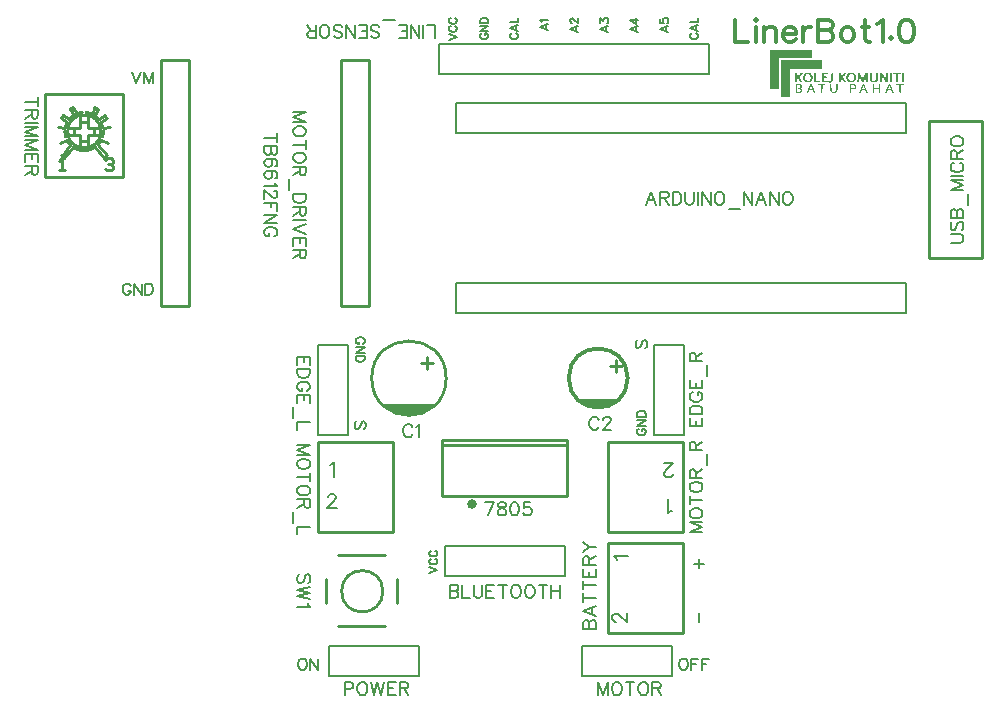
<source format=gto>
G04 Layer: TopSilkLayer*
G04 EasyEDA v6.4.7, 2020-12-06T11:07:03+08:00*
G04 Gerber Generator version 0.2*
G04 Scale: 100 percent, Rotated: No, Reflected: No *
G04 Dimensions in millimeters *
G04 leading zeros omitted , absolute positions ,3 integer and 3 decimal *
%FSLAX33Y33*%
%MOMM*%
G90*
D02*

%ADD10C,0.254000*%
%ADD26C,0.202999*%
%ADD27C,0.203200*%
%ADD28C,0.299999*%
%ADD29C,0.399999*%
%ADD30C,0.151994*%
%ADD31C,0.152400*%

%LPD*%

%LPD*%
G36*
G01X74899Y53145D02*
G01X74732Y53145D01*
G01X74732Y52362D01*
G01X74899Y52362D01*
G01X74899Y53145D01*
G37*

%LPD*%
G36*
G01X74661Y53145D02*
G01X73973Y53145D01*
G01X73973Y53086D01*
G01X73976Y53052D01*
G01X73992Y53035D01*
G01X74031Y53028D01*
G01X74103Y53026D01*
G01X74234Y53026D01*
G01X74234Y52362D01*
G01X74400Y52362D01*
G01X74400Y53026D01*
G01X74531Y53026D01*
G01X74603Y53028D01*
G01X74642Y53035D01*
G01X74658Y53052D01*
G01X74661Y53086D01*
G01X74661Y53145D01*
G37*

%LPD*%
G36*
G01X73902Y53145D02*
G01X73736Y53145D01*
G01X73736Y52362D01*
G01X73902Y52362D01*
G01X73902Y53145D01*
G37*

%LPD*%
G36*
G01X67470Y53145D02*
G01X67304Y53145D01*
G01X67304Y52362D01*
G01X67562Y52362D01*
G01X67703Y52363D01*
G01X67782Y52369D01*
G01X67819Y52383D01*
G01X67833Y52408D01*
G01X67838Y52447D01*
G01X67817Y52469D01*
G01X67757Y52478D01*
G01X67644Y52480D01*
G01X67470Y52480D01*
G01X67470Y53145D01*
G37*

%LPD*%
G36*
G01X69558Y53145D02*
G01X69392Y53145D01*
G01X69392Y52755D01*
G01X69393Y52620D01*
G01X69395Y52517D01*
G01X69399Y52443D01*
G01X69407Y52395D01*
G01X69421Y52366D01*
G01X69440Y52352D01*
G01X69467Y52351D01*
G01X69504Y52357D01*
G01X69532Y52367D01*
G01X69549Y52391D01*
G01X69558Y52440D01*
G01X69563Y52525D01*
G01X69568Y52590D01*
G01X69574Y52636D01*
G01X69584Y52664D01*
G01X69600Y52674D01*
G01X69621Y52664D01*
G01X69651Y52637D01*
G01X69690Y52592D01*
G01X69739Y52528D01*
G01X69806Y52443D01*
G01X69854Y52396D01*
G01X69899Y52374D01*
G01X69959Y52366D01*
G01X70063Y52359D01*
G01X69910Y52556D01*
G01X69849Y52635D01*
G01X69797Y52705D01*
G01X69758Y52757D01*
G01X69738Y52785D01*
G01X69739Y52810D01*
G01X69763Y52849D01*
G01X69810Y52906D01*
G01X69882Y52981D01*
G01X70044Y53145D01*
G01X69939Y53145D01*
G01X69877Y53141D01*
G01X69829Y53123D01*
G01X69775Y53078D01*
G01X69697Y52997D01*
G01X69561Y52848D01*
G01X69560Y52997D01*
G01X69558Y53145D01*
G37*

%LPD*%
G36*
G01X68443Y53145D02*
G01X67945Y53145D01*
G01X67945Y52350D01*
G01X68206Y52358D01*
G01X68356Y52363D01*
G01X68434Y52371D01*
G01X68463Y52390D01*
G01X68467Y52423D01*
G01X68463Y52456D01*
G01X68443Y52473D01*
G01X68390Y52479D01*
G01X68289Y52480D01*
G01X68111Y52480D01*
G01X68111Y52718D01*
G01X68265Y52718D01*
G01X68352Y52719D01*
G01X68398Y52726D01*
G01X68416Y52744D01*
G01X68419Y52777D01*
G01X68416Y52811D01*
G01X68398Y52828D01*
G01X68352Y52835D01*
G01X68265Y52837D01*
G01X68111Y52837D01*
G01X68111Y53026D01*
G01X68277Y53026D01*
G01X68371Y53028D01*
G01X68420Y53034D01*
G01X68440Y53052D01*
G01X68443Y53086D01*
G01X68443Y53145D01*
G37*

%LPD*%
G36*
G01X65880Y53145D02*
G01X65714Y53145D01*
G01X65714Y52348D01*
G01X65796Y52358D01*
G01X65878Y52367D01*
G01X65885Y52523D01*
G01X65889Y52589D01*
G01X65896Y52637D01*
G01X65907Y52666D01*
G01X65923Y52678D01*
G01X65944Y52670D01*
G01X65973Y52646D01*
G01X66010Y52603D01*
G01X66056Y52542D01*
G01X66139Y52432D01*
G01X66195Y52374D01*
G01X66242Y52356D01*
G01X66301Y52361D01*
G01X66378Y52374D01*
G01X66233Y52564D01*
G01X66175Y52639D01*
G01X66124Y52706D01*
G01X66086Y52755D01*
G01X66065Y52781D01*
G01X66065Y52804D01*
G01X66087Y52843D01*
G01X66133Y52901D01*
G01X66202Y52977D01*
G01X66361Y53145D01*
G01X66257Y53142D01*
G01X66196Y53137D01*
G01X66148Y53118D01*
G01X66094Y53072D01*
G01X66017Y52989D01*
G01X65880Y52838D01*
G01X65880Y53145D01*
G37*

%LPD*%
G36*
G01X72970Y53149D02*
G01X72881Y53158D01*
G01X72881Y52348D01*
G01X72968Y52358D01*
G01X73054Y52368D01*
G01X73040Y52644D01*
G01X73034Y52777D01*
G01X73035Y52855D01*
G01X73041Y52886D01*
G01X73054Y52879D01*
G01X73078Y52844D01*
G01X73124Y52780D01*
G01X73182Y52696D01*
G01X73249Y52600D01*
G01X73341Y52471D01*
G01X73401Y52400D01*
G01X73446Y52369D01*
G01X73492Y52363D01*
G01X73570Y52362D01*
G01X73570Y53145D01*
G01X73427Y53145D01*
G01X73427Y52613D01*
G01X73243Y52877D01*
G01X73185Y52959D01*
G01X73139Y53023D01*
G01X73103Y53069D01*
G01X73073Y53103D01*
G01X73048Y53125D01*
G01X73024Y53138D01*
G01X72999Y53145D01*
G01X72970Y53149D01*
G37*

%LPD*%
G36*
G01X71212Y53145D02*
G01X71013Y53145D01*
G01X70998Y52878D01*
G01X70994Y52822D01*
G01X70990Y52764D01*
G01X70986Y52708D01*
G01X70982Y52653D01*
G01X70978Y52602D01*
G01X70974Y52556D01*
G01X70970Y52517D01*
G01X70967Y52487D01*
G01X70952Y52362D01*
G01X71125Y52362D01*
G01X71126Y52522D01*
G01X71128Y52603D01*
G01X71130Y52671D01*
G01X71133Y52725D01*
G01X71137Y52765D01*
G01X71143Y52791D01*
G01X71152Y52805D01*
G01X71162Y52804D01*
G01X71174Y52791D01*
G01X71190Y52765D01*
G01X71207Y52726D01*
G01X71228Y52675D01*
G01X71252Y52611D01*
G01X71284Y52528D01*
G01X71312Y52461D01*
G01X71338Y52409D01*
G01X71363Y52372D01*
G01X71387Y52350D01*
G01X71411Y52344D01*
G01X71435Y52353D01*
G01X71460Y52377D01*
G01X71486Y52417D01*
G01X71515Y52472D01*
G01X71547Y52543D01*
G01X71583Y52629D01*
G01X71690Y52896D01*
G01X71725Y52362D01*
G01X71890Y52362D01*
G01X71876Y52510D01*
G01X71873Y52545D01*
G01X71869Y52587D01*
G01X71865Y52634D01*
G01X71861Y52686D01*
G01X71857Y52741D01*
G01X71854Y52795D01*
G01X71849Y52850D01*
G01X71846Y52902D01*
G01X71831Y53145D01*
G01X71706Y53145D01*
G01X71679Y53142D01*
G01X71657Y53133D01*
G01X71637Y53113D01*
G01X71616Y53079D01*
G01X71591Y53026D01*
G01X71559Y52949D01*
G01X71518Y52847D01*
G01X71417Y52600D01*
G01X71315Y52872D01*
G01X71212Y53145D01*
G37*

%LPD*%
G36*
G01X70497Y53163D02*
G01X70450Y53166D01*
G01X70403Y53164D01*
G01X70355Y53156D01*
G01X70306Y53143D01*
G01X70256Y53124D01*
G01X70209Y53097D01*
G01X70166Y53065D01*
G01X70130Y53027D01*
G01X70099Y52985D01*
G01X70074Y52939D01*
G01X70055Y52890D01*
G01X70042Y52839D01*
G01X70035Y52787D01*
G01X70034Y52733D01*
G01X70039Y52680D01*
G01X70051Y52628D01*
G01X70068Y52576D01*
G01X70092Y52528D01*
G01X70122Y52483D01*
G01X70159Y52441D01*
G01X70202Y52404D01*
G01X70245Y52377D01*
G01X70293Y52359D01*
G01X70345Y52346D01*
G01X70400Y52341D01*
G01X70456Y52342D01*
G01X70512Y52350D01*
G01X70567Y52363D01*
G01X70621Y52382D01*
G01X70670Y52407D01*
G01X70716Y52438D01*
G01X70755Y52473D01*
G01X70788Y52513D01*
G01X70815Y52559D01*
G01X70837Y52604D01*
G01X70851Y52650D01*
G01X70861Y52695D01*
G01X70864Y52741D01*
G01X70863Y52785D01*
G01X70857Y52829D01*
G01X70847Y52871D01*
G01X70831Y52911D01*
G01X70812Y52950D01*
G01X70789Y52986D01*
G01X70762Y53020D01*
G01X70732Y53051D01*
G01X70699Y53079D01*
G01X70663Y53104D01*
G01X70625Y53125D01*
G01X70584Y53142D01*
G01X70541Y53155D01*
G01X70497Y53163D01*
G37*

%LPC*%
G36*
G01X70443Y53047D02*
G01X70427Y53048D01*
G01X70377Y53040D01*
G01X70334Y53021D01*
G01X70297Y52993D01*
G01X70265Y52958D01*
G01X70240Y52917D01*
G01X70222Y52871D01*
G01X70210Y52822D01*
G01X70204Y52771D01*
G01X70205Y52720D01*
G01X70213Y52669D01*
G01X70227Y52622D01*
G01X70249Y52578D01*
G01X70277Y52539D01*
G01X70311Y52506D01*
G01X70353Y52482D01*
G01X70402Y52467D01*
G01X70455Y52463D01*
G01X70502Y52471D01*
G01X70545Y52490D01*
G01X70584Y52517D01*
G01X70617Y52552D01*
G01X70644Y52593D01*
G01X70665Y52639D01*
G01X70680Y52688D01*
G01X70688Y52739D01*
G01X70689Y52790D01*
G01X70683Y52840D01*
G01X70668Y52888D01*
G01X70647Y52931D01*
G01X70616Y52969D01*
G01X70577Y53001D01*
G01X70529Y53024D01*
G01X70498Y53034D01*
G01X70468Y53042D01*
G01X70443Y53047D01*
G37*

%LPD*%
G36*
G01X66828Y53169D02*
G01X66777Y53171D01*
G01X66726Y53168D01*
G01X66674Y53157D01*
G01X66622Y53140D01*
G01X66569Y53116D01*
G01X66520Y53084D01*
G01X66477Y53047D01*
G01X66441Y53005D01*
G01X66411Y52959D01*
G01X66387Y52909D01*
G01X66371Y52857D01*
G01X66361Y52804D01*
G01X66358Y52750D01*
G01X66361Y52696D01*
G01X66370Y52643D01*
G01X66386Y52592D01*
G01X66410Y52543D01*
G01X66439Y52498D01*
G01X66475Y52457D01*
G01X66518Y52422D01*
G01X66567Y52392D01*
G01X66626Y52366D01*
G01X66685Y52349D01*
G01X66742Y52341D01*
G01X66798Y52340D01*
G01X66853Y52346D01*
G01X66905Y52359D01*
G01X66954Y52378D01*
G01X67001Y52404D01*
G01X67042Y52436D01*
G01X67079Y52474D01*
G01X67112Y52516D01*
G01X67138Y52563D01*
G01X67159Y52615D01*
G01X67172Y52671D01*
G01X67179Y52731D01*
G01X67177Y52794D01*
G01X67170Y52850D01*
G01X67156Y52902D01*
G01X67136Y52951D01*
G01X67110Y52995D01*
G01X67081Y53035D01*
G01X67047Y53070D01*
G01X67009Y53101D01*
G01X66968Y53126D01*
G01X66923Y53146D01*
G01X66877Y53160D01*
G01X66828Y53169D01*
G37*

%LPC*%
G36*
G01X66802Y53039D02*
G01X66758Y53043D01*
G01X66715Y53037D01*
G01X66676Y53024D01*
G01X66638Y53002D01*
G01X66605Y52972D01*
G01X66576Y52936D01*
G01X66553Y52893D01*
G01X66536Y52845D01*
G01X66525Y52791D01*
G01X66521Y52732D01*
G01X66528Y52674D01*
G01X66548Y52619D01*
G01X66579Y52569D01*
G01X66618Y52527D01*
G01X66664Y52494D01*
G01X66714Y52471D01*
G01X66766Y52462D01*
G01X66819Y52467D01*
G01X66870Y52487D01*
G01X66914Y52518D01*
G01X66950Y52557D01*
G01X66979Y52604D01*
G01X66999Y52656D01*
G01X67011Y52711D01*
G01X67014Y52768D01*
G01X67009Y52824D01*
G01X66995Y52877D01*
G01X66971Y52926D01*
G01X66937Y52969D01*
G01X66893Y53004D01*
G01X66848Y53027D01*
G01X66802Y53039D01*
G37*

%LPD*%
G36*
G01X72193Y53145D02*
G01X72027Y53145D01*
G01X72027Y52866D01*
G01X72029Y52772D01*
G01X72034Y52689D01*
G01X72044Y52616D01*
G01X72058Y52553D01*
G01X72077Y52499D01*
G01X72101Y52453D01*
G01X72130Y52416D01*
G01X72165Y52387D01*
G01X72206Y52365D01*
G01X72253Y52350D01*
G01X72307Y52341D01*
G01X72367Y52338D01*
G01X72428Y52341D01*
G01X72482Y52348D01*
G01X72529Y52361D01*
G01X72569Y52381D01*
G01X72603Y52407D01*
G01X72632Y52442D01*
G01X72656Y52484D01*
G01X72674Y52535D01*
G01X72689Y52596D01*
G01X72700Y52667D01*
G01X72707Y52749D01*
G01X72711Y52842D01*
G01X72720Y53145D01*
G01X72549Y53145D01*
G01X72549Y52863D01*
G01X72548Y52756D01*
G01X72543Y52671D01*
G01X72535Y52605D01*
G01X72521Y52556D01*
G01X72501Y52520D01*
G01X72473Y52495D01*
G01X72437Y52478D01*
G01X72391Y52466D01*
G01X72338Y52461D01*
G01X72295Y52468D01*
G01X72260Y52489D01*
G01X72234Y52526D01*
G01X72215Y52580D01*
G01X72202Y52652D01*
G01X72195Y52745D01*
G01X72193Y52859D01*
G01X72193Y53145D01*
G37*

%LPD*%
G36*
G01X68918Y53145D02*
G01X68780Y53145D01*
G01X68772Y52835D01*
G01X68767Y52717D01*
G01X68761Y52626D01*
G01X68750Y52557D01*
G01X68735Y52509D01*
G01X68713Y52479D01*
G01X68683Y52464D01*
G01X68644Y52462D01*
G01X68594Y52468D01*
G01X68540Y52463D01*
G01X68504Y52433D01*
G01X68495Y52394D01*
G01X68521Y52357D01*
G01X68564Y52334D01*
G01X68605Y52317D01*
G01X68645Y52309D01*
G01X68682Y52308D01*
G01X68717Y52315D01*
G01X68749Y52329D01*
G01X68779Y52349D01*
G01X68807Y52376D01*
G01X68832Y52410D01*
G01X68854Y52451D01*
G01X68873Y52498D01*
G01X68889Y52552D01*
G01X68901Y52611D01*
G01X68910Y52676D01*
G01X68916Y52747D01*
G01X68918Y52823D01*
G01X68918Y53145D01*
G37*

%LPD*%
G36*
G01X67114Y55067D02*
G01X63530Y55067D01*
G01X63530Y51793D01*
G01X64314Y51793D01*
G01X64314Y54378D01*
G01X67114Y54378D01*
G01X67114Y55067D01*
G37*

%LPD*%
G36*
G01X67877Y52219D02*
G01X67803Y52219D01*
G01X67736Y52217D01*
G01X67681Y52212D01*
G01X67643Y52206D01*
G01X67625Y52197D01*
G01X67617Y52166D01*
G01X67636Y52143D01*
G01X67682Y52129D01*
G01X67756Y52125D01*
G01X67872Y52125D01*
G01X67886Y51449D01*
G01X68004Y51449D01*
G01X68017Y52122D01*
G01X68141Y52129D01*
G01X68199Y52135D01*
G01X68238Y52143D01*
G01X68258Y52155D01*
G01X68265Y52172D01*
G01X68253Y52183D01*
G01X68220Y52192D01*
G01X68169Y52200D01*
G01X68105Y52207D01*
G01X68032Y52213D01*
G01X67955Y52217D01*
G01X67877Y52219D01*
G37*

%LPD*%
G36*
G01X74528Y52226D02*
G01X74456Y52226D01*
G01X74391Y52225D01*
G01X74336Y52220D01*
G01X74296Y52214D01*
G01X74274Y52204D01*
G01X74253Y52170D01*
G01X74266Y52145D01*
G01X74311Y52130D01*
G01X74387Y52125D01*
G01X74518Y52125D01*
G01X74524Y51787D01*
G01X74526Y51677D01*
G01X74529Y51595D01*
G01X74532Y51534D01*
G01X74537Y51493D01*
G01X74544Y51467D01*
G01X74554Y51452D01*
G01X74567Y51445D01*
G01X74584Y51441D01*
G01X74602Y51439D01*
G01X74615Y51442D01*
G01X74624Y51454D01*
G01X74631Y51478D01*
G01X74634Y51518D01*
G01X74636Y51580D01*
G01X74637Y51665D01*
G01X74637Y52125D01*
G01X74768Y52125D01*
G01X74837Y52126D01*
G01X74876Y52133D01*
G01X74894Y52147D01*
G01X74899Y52172D01*
G01X74887Y52184D01*
G01X74855Y52194D01*
G01X74807Y52204D01*
G01X74747Y52212D01*
G01X74677Y52218D01*
G01X74603Y52223D01*
G01X74528Y52226D01*
G37*

%LPD*%
G36*
G01X65978Y52216D02*
G01X65884Y52218D01*
G01X65823Y52216D01*
G01X65788Y52207D01*
G01X65773Y52191D01*
G01X65770Y52178D01*
G01X65768Y52150D01*
G01X65767Y52112D01*
G01X65766Y52064D01*
G01X65765Y52007D01*
G01X65765Y51944D01*
G01X65766Y51875D01*
G01X65767Y51803D01*
G01X65773Y51449D01*
G01X65868Y51441D01*
G01X65960Y51438D01*
G01X66044Y51446D01*
G01X66119Y51463D01*
G01X66183Y51488D01*
G01X66236Y51522D01*
G01X66275Y51563D01*
G01X66299Y51611D01*
G01X66307Y51664D01*
G01X66296Y51725D01*
G01X66268Y51782D01*
G01X66228Y51824D01*
G01X66186Y51840D01*
G01X66181Y51846D01*
G01X66186Y51861D01*
G01X66201Y51885D01*
G01X66252Y51953D01*
G01X66271Y51991D01*
G01X66281Y52028D01*
G01X66282Y52061D01*
G01X66274Y52093D01*
G01X66257Y52121D01*
G01X66231Y52146D01*
G01X66196Y52168D01*
G01X66153Y52186D01*
G01X66102Y52201D01*
G01X66044Y52210D01*
G01X65978Y52216D01*
G37*

%LPC*%
G36*
G01X65988Y51810D02*
G01X65880Y51823D01*
G01X65880Y51532D01*
G01X65987Y51532D01*
G01X66047Y51537D01*
G01X66099Y51553D01*
G01X66140Y51577D01*
G01X66169Y51608D01*
G01X66185Y51643D01*
G01X66187Y51680D01*
G01X66173Y51719D01*
G01X66142Y51756D01*
G01X66116Y51773D01*
G01X66078Y51790D01*
G01X66033Y51802D01*
G01X65988Y51810D01*
G37*
G36*
G01X65963Y52145D02*
G01X65951Y52146D01*
G01X65920Y52131D01*
G01X65896Y52100D01*
G01X65880Y52058D01*
G01X65873Y52012D01*
G01X65874Y51966D01*
G01X65885Y51926D01*
G01X65905Y51898D01*
G01X65936Y51888D01*
G01X66013Y51895D01*
G01X66076Y51917D01*
G01X66123Y51948D01*
G01X66151Y51985D01*
G01X66160Y52025D01*
G01X66147Y52064D01*
G01X66111Y52098D01*
G01X66050Y52124D01*
G01X66015Y52134D01*
G01X65985Y52141D01*
G01X65963Y52145D01*
G37*

%LPD*%
G36*
G01X68776Y52219D02*
G01X68657Y52219D01*
G01X68657Y51934D01*
G01X68658Y51840D01*
G01X68663Y51759D01*
G01X68670Y51689D01*
G01X68683Y51628D01*
G01X68699Y51578D01*
G01X68720Y51536D01*
G01X68747Y51503D01*
G01X68779Y51477D01*
G01X68817Y51458D01*
G01X68861Y51446D01*
G01X68913Y51439D01*
G01X68973Y51437D01*
G01X69029Y51440D01*
G01X69080Y51448D01*
G01X69124Y51463D01*
G01X69163Y51486D01*
G01X69196Y51515D01*
G01X69224Y51552D01*
G01X69247Y51598D01*
G01X69265Y51652D01*
G01X69279Y51715D01*
G01X69288Y51788D01*
G01X69294Y51871D01*
G01X69296Y51964D01*
G01X69298Y52219D01*
G01X69238Y52219D01*
G01X69204Y52216D01*
G01X69187Y52190D01*
G01X69180Y52122D01*
G01X69179Y51988D01*
G01X69178Y51901D01*
G01X69175Y51826D01*
G01X69169Y51760D01*
G01X69161Y51705D01*
G01X69150Y51659D01*
G01X69135Y51620D01*
G01X69117Y51590D01*
G01X69095Y51568D01*
G01X69068Y51551D01*
G01X69036Y51540D01*
G01X68999Y51534D01*
G01X68957Y51532D01*
G01X68906Y51536D01*
G01X68866Y51548D01*
G01X68834Y51573D01*
G01X68811Y51610D01*
G01X68794Y51663D01*
G01X68783Y51734D01*
G01X68777Y51825D01*
G01X68776Y51938D01*
G01X68776Y52219D01*
G37*

%LPD*%
G36*
G01X67059Y52231D02*
G01X67034Y52238D01*
G01X67011Y52230D01*
G01X66987Y52206D01*
G01X66963Y52168D01*
G01X66938Y52115D01*
G01X66911Y52049D01*
G01X66896Y52010D01*
G01X66880Y51966D01*
G01X66861Y51918D01*
G01X66842Y51867D01*
G01X66823Y51817D01*
G01X66804Y51766D01*
G01X66785Y51718D01*
G01X66768Y51674D01*
G01X66722Y51548D01*
G01X66705Y51476D01*
G01X66718Y51444D01*
G01X66759Y51437D01*
G01X66782Y51443D01*
G01X66803Y51464D01*
G01X66824Y51501D01*
G01X66846Y51555D01*
G01X66888Y51674D01*
G01X67200Y51674D01*
G01X67242Y51555D01*
G01X67266Y51495D01*
G01X67288Y51459D01*
G01X67312Y51442D01*
G01X67342Y51437D01*
G01X67366Y51437D01*
G01X67383Y51441D01*
G01X67391Y51454D01*
G01X67389Y51482D01*
G01X67376Y51529D01*
G01X67350Y51602D01*
G01X67311Y51705D01*
G01X67258Y51842D01*
G01X67216Y51950D01*
G01X67177Y52040D01*
G01X67144Y52113D01*
G01X67113Y52169D01*
G01X67085Y52208D01*
G01X67059Y52231D01*
G37*

%LPC*%
G36*
G01X67063Y52044D02*
G01X67041Y52068D01*
G01X67018Y52039D01*
G01X66986Y51953D01*
G01X66969Y51902D01*
G01X66953Y51856D01*
G01X66941Y51820D01*
G01X66933Y51798D01*
G01X66934Y51785D01*
G01X66951Y51775D01*
G01X66987Y51770D01*
G01X67043Y51769D01*
G01X67108Y51770D01*
G01X67143Y51776D01*
G01X67155Y51789D01*
G01X67149Y51810D01*
G01X67140Y51835D01*
G01X67126Y51873D01*
G01X67110Y51918D01*
G01X67094Y51964D01*
G01X67063Y52044D01*
G37*

%LPD*%
G36*
G01X72323Y52219D02*
G01X72264Y52219D01*
G01X72264Y51437D01*
G01X72323Y51437D01*
G01X72357Y51440D01*
G01X72375Y51460D01*
G01X72382Y51513D01*
G01X72383Y51615D01*
G01X72383Y51793D01*
G01X72784Y51793D01*
G01X72791Y51620D01*
G01X72796Y51527D01*
G01X72806Y51474D01*
G01X72822Y51450D01*
G01X72852Y51441D01*
G01X72905Y51433D01*
G01X72905Y52219D01*
G01X72846Y52219D01*
G01X72812Y52216D01*
G01X72794Y52197D01*
G01X72787Y52148D01*
G01X72786Y52054D01*
G01X72786Y51888D01*
G01X72383Y51888D01*
G01X72383Y52054D01*
G01X72382Y52148D01*
G01X72375Y52197D01*
G01X72357Y52216D01*
G01X72323Y52219D01*
G37*

%LPD*%
G36*
G01X70509Y52219D02*
G01X70342Y52219D01*
G01X70342Y51433D01*
G01X70395Y51441D01*
G01X70424Y51449D01*
G01X70441Y51472D01*
G01X70450Y51517D01*
G01X70456Y51597D01*
G01X70463Y51745D01*
G01X70543Y51745D01*
G01X70608Y51750D01*
G01X70669Y51763D01*
G01X70723Y51785D01*
G01X70771Y51812D01*
G01X70810Y51846D01*
G01X70839Y51886D01*
G01X70857Y51929D01*
G01X70864Y51976D01*
G01X70859Y52036D01*
G01X70844Y52088D01*
G01X70819Y52130D01*
G01X70782Y52163D01*
G01X70733Y52188D01*
G01X70671Y52206D01*
G01X70597Y52216D01*
G01X70509Y52219D01*
G37*

%LPC*%
G36*
G01X70566Y52125D02*
G01X70461Y52125D01*
G01X70461Y51840D01*
G01X70550Y51840D01*
G01X70609Y51846D01*
G01X70660Y51864D01*
G01X70700Y51891D01*
G01X70730Y51925D01*
G01X70747Y51964D01*
G01X70750Y52005D01*
G01X70737Y52048D01*
G01X70708Y52087D01*
G01X70685Y52103D01*
G01X70652Y52115D01*
G01X70612Y52122D01*
G01X70566Y52125D01*
G37*

%LPD*%
G36*
G01X71490Y52215D02*
G01X71418Y52222D01*
G01X71286Y51871D01*
G01X71258Y51799D01*
G01X71232Y51731D01*
G01X71208Y51668D01*
G01X71187Y51610D01*
G01X71168Y51560D01*
G01X71153Y51521D01*
G01X71136Y51476D01*
G01X71129Y51454D01*
G01X71134Y51442D01*
G01X71152Y51438D01*
G01X71186Y51441D01*
G01X71223Y51449D01*
G01X71248Y51468D01*
G01X71269Y51503D01*
G01X71290Y51561D01*
G01X71327Y51674D01*
G01X71638Y51674D01*
G01X71688Y51555D01*
G01X71732Y51482D01*
G01X71781Y51437D01*
G01X71821Y51428D01*
G01X71836Y51467D01*
G01X71829Y51512D01*
G01X71813Y51573D01*
G01X71789Y51645D01*
G01X71759Y51726D01*
G01X71724Y51809D01*
G01X71686Y51894D01*
G01X71647Y51976D01*
G01X71608Y52051D01*
G01X71572Y52116D01*
G01X71539Y52168D01*
G01X71511Y52202D01*
G01X71490Y52215D01*
G37*

%LPC*%
G36*
G01X71543Y51943D02*
G01X71487Y52102D01*
G01X71427Y51941D01*
G01X71368Y51780D01*
G01X71475Y51773D01*
G01X71516Y51771D01*
G01X71552Y51771D01*
G01X71578Y51772D01*
G01X71590Y51775D01*
G01X71588Y51791D01*
G01X71579Y51828D01*
G01X71563Y51880D01*
G01X71543Y51943D01*
G37*

%LPD*%
G36*
G01X73739Y52207D02*
G01X73687Y52219D01*
G01X73635Y52214D01*
G01X73605Y52190D01*
G01X73590Y52151D01*
G01X73576Y52115D01*
G01X73559Y52068D01*
G01X73538Y52014D01*
G01X73515Y51953D01*
G01X73490Y51887D01*
G01X73463Y51817D01*
G01X73414Y51689D01*
G01X73379Y51594D01*
G01X73355Y51525D01*
G01X73341Y51481D01*
G01X73338Y51454D01*
G01X73344Y51442D01*
G01X73357Y51437D01*
G01X73377Y51437D01*
G01X73414Y51444D01*
G01X73444Y51468D01*
G01X73471Y51514D01*
G01X73497Y51585D01*
G01X73526Y51674D01*
G01X73845Y51674D01*
G01X73888Y51555D01*
G01X73928Y51485D01*
G01X73980Y51435D01*
G01X74025Y51419D01*
G01X74044Y51449D01*
G01X74040Y51462D01*
G01X74029Y51494D01*
G01X74011Y51542D01*
G01X73989Y51603D01*
G01X73963Y51673D01*
G01X73934Y51750D01*
G01X73873Y51912D01*
G01X73843Y51990D01*
G01X73815Y52063D01*
G01X73791Y52126D01*
G01X73771Y52178D01*
G01X73739Y52207D01*
G37*

%LPC*%
G36*
G01X73715Y52011D02*
G01X73687Y52052D01*
G01X73662Y52031D01*
G01X73631Y51952D01*
G01X73613Y51902D01*
G01X73597Y51856D01*
G01X73584Y51820D01*
G01X73576Y51798D01*
G01X73577Y51785D01*
G01X73595Y51776D01*
G01X73631Y51770D01*
G01X73685Y51769D01*
G01X73806Y51769D01*
G01X73756Y51905D01*
G01X73715Y52011D01*
G37*

%LPD*%
G36*
G01X67968Y54212D02*
G01X64480Y54212D01*
G01X64480Y51104D01*
G01X65287Y51104D01*
G01X65287Y53501D01*
G01X67968Y53501D01*
G01X67968Y54212D01*
G37*

%LPD*%
G54D10*
G01X56174Y14253D02*
G01X56174Y21873D01*
G01X56174Y14253D02*
G01X49824Y14253D01*
G01X49824Y14253D02*
G01X49824Y21873D01*
G01X56174Y21873D02*
G01X49824Y21873D01*
G01X25324Y21873D02*
G01X25324Y14253D01*
G01X25324Y21873D02*
G01X31674Y21873D01*
G01X31674Y21873D02*
G01X31674Y14253D01*
G01X25324Y14253D02*
G01X31674Y14253D01*
G01X49824Y13332D02*
G01X49824Y5712D01*
G01X49824Y13332D02*
G01X56174Y13332D01*
G01X56174Y13332D02*
G01X56174Y5712D01*
G01X49824Y5712D02*
G01X56174Y5712D01*
G01X46399Y21592D02*
G01X35799Y21592D01*
G01X35798Y22092D02*
G01X46400Y22092D01*
G01X46400Y17294D01*
G01X35798Y17294D01*
G01X35798Y22087D01*
G01X35798Y22092D01*
G54D26*
G01X58430Y55562D02*
G01X37475Y55562D01*
G54D27*
G01X37475Y55562D02*
G01X35570Y55562D01*
G01X35570Y53022D01*
G01X58430Y53022D01*
G01X58430Y55562D01*
G01X46179Y13063D02*
G01X46179Y10523D01*
G01X36019Y10523D01*
G01X36019Y13063D01*
G01X37924Y13063D01*
G54D26*
G01X46179Y13063D02*
G01X37924Y13063D01*
G54D10*
G01X14420Y54202D02*
G01X14420Y33382D01*
G01X14420Y33382D02*
G01X11980Y33382D01*
G01X11980Y33382D02*
G01X11980Y54202D01*
G01X11980Y54202D02*
G01X14420Y54202D01*
G01X29660Y54202D02*
G01X29660Y33382D01*
G01X29660Y33382D02*
G01X27220Y33382D01*
G01X27220Y33382D02*
G01X27220Y54202D01*
G01X27220Y54202D02*
G01X29660Y54202D01*
G54D27*
G01X56271Y28197D02*
G01X56271Y30102D01*
G01X53731Y30102D01*
G01X53731Y22482D01*
G01X56271Y22482D01*
G54D26*
G01X56271Y22482D02*
G01X56271Y28197D01*
G54D27*
G01X25325Y24387D02*
G01X25325Y22482D01*
G01X27865Y22482D01*
G01X27865Y30102D01*
G01X25325Y30102D01*
G54D26*
G01X25325Y30102D02*
G01X25325Y24387D01*
G54D27*
G01X28094Y4572D02*
G01X26189Y4572D01*
G01X26189Y2032D01*
G01X33809Y2032D01*
G01X33809Y4572D01*
G54D26*
G01X33809Y4572D02*
G01X28094Y4572D01*
G54D27*
G01X49594Y4572D02*
G01X47689Y4572D01*
G01X47689Y2032D01*
G01X55309Y2032D01*
G01X55309Y4572D01*
G54D26*
G01X55309Y4572D02*
G01X49594Y4572D01*
G54D10*
G01X2197Y51325D02*
G01X8801Y51325D01*
G01X8801Y51325D02*
G01X8801Y44340D01*
G01X8801Y44340D02*
G01X2197Y44340D01*
G01X2197Y44340D02*
G01X2197Y51325D01*
G01X5830Y48505D02*
G01X6338Y48505D01*
G01X6338Y48505D02*
G01X6846Y48505D01*
G01X5830Y47845D02*
G01X6338Y47845D01*
G01X6338Y47845D02*
G01X6846Y47845D01*
G01X5169Y47845D02*
G01X5169Y47337D01*
G01X5169Y47337D02*
G01X5169Y46829D01*
G01X5169Y47845D02*
G01X4661Y47845D01*
G01X4661Y47845D02*
G01X4153Y47845D01*
G01X5169Y48505D02*
G01X4661Y48505D01*
G01X4661Y48505D02*
G01X4153Y48505D01*
G01X5169Y48505D02*
G01X5169Y49013D01*
G01X5169Y49013D02*
G01X5169Y49521D01*
G01X5830Y48505D02*
G01X5830Y49013D01*
G01X5830Y49013D02*
G01X5830Y49521D01*
G01X5830Y47845D02*
G01X5830Y47337D01*
G01X5830Y47337D02*
G01X5830Y46829D01*
G01X6338Y48505D02*
G01X6338Y47845D01*
G01X4661Y48505D02*
G01X4661Y47845D01*
G01X5169Y49013D02*
G01X5830Y49013D01*
G01X5169Y47337D02*
G01X5830Y47337D01*
G01X6439Y46829D02*
G01X7176Y45940D01*
G01X6668Y47032D02*
G01X7404Y46143D01*
G01X4560Y46829D02*
G01X3823Y45940D01*
G01X4331Y47032D02*
G01X3594Y46118D01*
G01X6947Y47438D02*
G01X7506Y47210D01*
G01X4052Y47438D02*
G01X3493Y47210D01*
G01X7100Y48505D02*
G01X7684Y48556D01*
G01X3899Y48505D02*
G01X3315Y48556D01*
G01X6922Y48962D02*
G01X7430Y49293D01*
G01X4077Y48962D02*
G01X3569Y49293D01*
G01X6769Y49216D02*
G01X7252Y49547D01*
G01X4229Y49216D02*
G01X3747Y49547D01*
G01X6388Y49547D02*
G01X6668Y50055D01*
G01X4610Y49547D02*
G01X4331Y50055D01*
G01X6134Y49674D02*
G01X6414Y50207D01*
G01X4864Y49674D02*
G01X4585Y50207D01*
G01X7785Y45889D02*
G01X7912Y45762D01*
G01X7912Y45762D02*
G01X7912Y45508D01*
G01X7912Y45508D02*
G01X7785Y45381D01*
G01X7531Y45381D02*
G01X7785Y45381D01*
G01X7785Y45381D02*
G01X7912Y45254D01*
G01X7912Y45254D02*
G01X7912Y45000D01*
G01X7785Y45889D02*
G01X7404Y45889D01*
G01X7404Y45889D02*
G01X7277Y45762D01*
G01X7912Y45000D02*
G01X7785Y44873D01*
G01X7785Y44873D02*
G01X7404Y44873D01*
G01X7404Y44873D02*
G01X7277Y45000D01*
G01X3594Y45889D02*
G01X3594Y44873D01*
G01X3594Y44873D02*
G01X3848Y44873D01*
G01X3594Y44873D02*
G01X3340Y44873D01*
G01X3594Y45889D02*
G01X3340Y45635D01*
G54D27*
G01X38854Y50563D02*
G01X36949Y50563D01*
G01X36949Y48023D01*
G01X75049Y48023D01*
G01X75049Y50563D01*
G54D26*
G01X75049Y50563D02*
G01X38854Y50563D01*
G54D27*
G01X38854Y35323D02*
G01X36949Y35323D01*
G01X36949Y32783D01*
G01X75049Y32783D01*
G01X75049Y35323D01*
G54D26*
G01X75049Y35323D02*
G01X38854Y35323D01*
G54D10*
G01X25999Y8292D02*
G01X25999Y10292D01*
G01X31999Y8292D02*
G01X31999Y10292D01*
G01X26999Y6293D02*
G01X31000Y6293D01*
G01X26999Y12292D02*
G01X31000Y12292D01*
G01X50521Y28821D02*
G01X50521Y27805D01*
G01X51021Y28304D02*
G01X50005Y28304D01*
G01X35032Y28562D02*
G01X34016Y28562D01*
G01X34524Y29070D02*
G01X34524Y28054D01*
G54D30*
G01X52339Y30482D02*
G01X52250Y30391D01*
G01X52204Y30253D01*
G01X52204Y30071D01*
G01X52250Y29936D01*
G01X52339Y29845D01*
G01X52430Y29845D01*
G01X52522Y29890D01*
G01X52567Y29936D01*
G01X52613Y30027D01*
G01X52705Y30299D01*
G01X52748Y30391D01*
G01X52793Y30436D01*
G01X52885Y30482D01*
G01X53022Y30482D01*
G01X53113Y30391D01*
G01X53159Y30253D01*
G01X53159Y30071D01*
G01X53113Y29936D01*
G01X53022Y29845D01*
G01X52482Y23025D02*
G01X52409Y22987D01*
G01X52335Y22915D01*
G01X52299Y22842D01*
G01X52299Y22697D01*
G01X52335Y22623D01*
G01X52409Y22552D01*
G01X52482Y22514D01*
G01X52591Y22479D01*
G01X52772Y22479D01*
G01X52881Y22514D01*
G01X52955Y22552D01*
G01X53028Y22623D01*
G01X53064Y22697D01*
G01X53064Y22842D01*
G01X53028Y22915D01*
G01X52955Y22987D01*
G01X52881Y23025D01*
G01X52772Y23025D01*
G01X52772Y22842D02*
G01X52772Y23025D01*
G01X52299Y23263D02*
G01X53064Y23263D01*
G01X52299Y23263D02*
G01X53064Y23774D01*
G01X52299Y23774D02*
G01X53064Y23774D01*
G01X52299Y24013D02*
G01X53064Y24013D01*
G01X52299Y24013D02*
G01X52299Y24267D01*
G01X52335Y24376D01*
G01X52409Y24450D01*
G01X52482Y24485D01*
G01X52591Y24523D01*
G01X52772Y24523D01*
G01X52881Y24485D01*
G01X52955Y24450D01*
G01X53028Y24376D01*
G01X53064Y24267D01*
G01X53064Y24013D01*
G01X29072Y30187D02*
G01X29146Y30226D01*
G01X29220Y30297D01*
G01X29255Y30370D01*
G01X29255Y30515D01*
G01X29220Y30589D01*
G01X29146Y30660D01*
G01X29072Y30698D01*
G01X28963Y30734D01*
G01X28783Y30734D01*
G01X28674Y30698D01*
G01X28600Y30660D01*
G01X28526Y30589D01*
G01X28491Y30515D01*
G01X28491Y30370D01*
G01X28526Y30297D01*
G01X28600Y30226D01*
G01X28674Y30187D01*
G01X28783Y30187D01*
G01X28783Y30370D02*
G01X28783Y30187D01*
G01X29255Y29949D02*
G01X28491Y29949D01*
G01X29255Y29949D02*
G01X28491Y29438D01*
G01X29255Y29438D02*
G01X28491Y29438D01*
G01X29255Y29199D02*
G01X28491Y29199D01*
G01X29255Y29199D02*
G01X29255Y28945D01*
G01X29220Y28836D01*
G01X29146Y28762D01*
G01X29072Y28727D01*
G01X28963Y28689D01*
G01X28783Y28689D01*
G01X28674Y28727D01*
G01X28600Y28762D01*
G01X28526Y28836D01*
G01X28491Y28945D01*
G01X28491Y29199D01*
G01X29216Y22984D02*
G01X29305Y23075D01*
G01X29350Y23213D01*
G01X29350Y23395D01*
G01X29305Y23530D01*
G01X29216Y23622D01*
G01X29124Y23622D01*
G01X29033Y23576D01*
G01X28987Y23530D01*
G01X28942Y23439D01*
G01X28850Y23167D01*
G01X28807Y23075D01*
G01X28761Y23030D01*
G01X28670Y22984D01*
G01X28533Y22984D01*
G01X28441Y23075D01*
G01X28395Y23213D01*
G01X28395Y23395D01*
G01X28441Y23530D01*
G01X28533Y23622D01*
G01X57574Y6604D02*
G01X57574Y7421D01*
G01X57163Y11584D02*
G01X57984Y11584D01*
G01X57572Y11176D02*
G01X57572Y11993D01*
G01X9443Y35072D02*
G01X9400Y35163D01*
G01X9309Y35252D01*
G01X9217Y35298D01*
G01X9034Y35298D01*
G01X8945Y35252D01*
G01X8854Y35163D01*
G01X8808Y35072D01*
G01X8763Y34935D01*
G01X8763Y34709D01*
G01X8808Y34571D01*
G01X8854Y34480D01*
G01X8945Y34389D01*
G01X9034Y34343D01*
G01X9217Y34343D01*
G01X9309Y34389D01*
G01X9400Y34480D01*
G01X9443Y34571D01*
G01X9443Y34709D01*
G01X9217Y34709D02*
G01X9443Y34709D01*
G01X9745Y35298D02*
G01X9745Y34343D01*
G01X9745Y35298D02*
G01X10380Y34343D01*
G01X10380Y35298D02*
G01X10380Y34343D01*
G01X10680Y35298D02*
G01X10680Y34343D01*
G01X10680Y35298D02*
G01X10998Y35298D01*
G01X11135Y35252D01*
G01X11226Y35163D01*
G01X11272Y35072D01*
G01X11318Y34935D01*
G01X11318Y34709D01*
G01X11272Y34571D01*
G01X11226Y34480D01*
G01X11135Y34389D01*
G01X10998Y34343D01*
G01X10680Y34343D01*
G01X9563Y53205D02*
G01X9926Y52250D01*
G01X10289Y53205D02*
G01X9926Y52250D01*
G01X10589Y53205D02*
G01X10589Y52250D01*
G01X10589Y53205D02*
G01X10955Y52250D01*
G01X11318Y53205D02*
G01X10955Y52250D01*
G01X11318Y53205D02*
G01X11318Y52250D01*
G01X34726Y10795D02*
G01X35394Y11049D01*
G01X34726Y11303D02*
G01X35394Y11049D01*
G01X34886Y11991D02*
G01X34820Y11958D01*
G01X34757Y11894D01*
G01X34726Y11831D01*
G01X34726Y11704D01*
G01X34757Y11640D01*
G01X34820Y11577D01*
G01X34886Y11546D01*
G01X34980Y11513D01*
G01X35140Y11513D01*
G01X35234Y11546D01*
G01X35298Y11577D01*
G01X35361Y11640D01*
G01X35394Y11704D01*
G01X35394Y11831D01*
G01X35361Y11894D01*
G01X35298Y11958D01*
G01X35234Y11991D01*
G01X34886Y12679D02*
G01X34820Y12646D01*
G01X34757Y12583D01*
G01X34726Y12519D01*
G01X34726Y12392D01*
G01X34757Y12329D01*
G01X34820Y12265D01*
G01X34886Y12232D01*
G01X34980Y12202D01*
G01X35140Y12202D01*
G01X35234Y12232D01*
G01X35298Y12265D01*
G01X35361Y12329D01*
G01X35394Y12392D01*
G01X35394Y12519D01*
G01X35361Y12583D01*
G01X35298Y12646D01*
G01X35234Y12679D01*
G54D28*
G01X60579Y57645D02*
G01X60579Y55735D01*
G01X60579Y55735D02*
G01X61668Y55735D01*
G01X62270Y57645D02*
G01X62362Y57553D01*
G01X62450Y57645D01*
G01X62362Y57734D01*
G01X62270Y57645D01*
G01X62362Y57007D02*
G01X62362Y55735D01*
G01X63052Y57007D02*
G01X63052Y55735D01*
G01X63052Y56644D02*
G01X63324Y56916D01*
G01X63505Y57007D01*
G01X63779Y57007D01*
G01X63959Y56916D01*
G01X64051Y56644D01*
G01X64051Y55735D01*
G01X64650Y56461D02*
G01X65742Y56461D01*
G01X65742Y56644D01*
G01X65651Y56824D01*
G01X65559Y56916D01*
G01X65379Y57007D01*
G01X65105Y57007D01*
G01X64924Y56916D01*
G01X64742Y56735D01*
G01X64650Y56461D01*
G01X64650Y56281D01*
G01X64742Y56007D01*
G01X64924Y55826D01*
G01X65105Y55735D01*
G01X65379Y55735D01*
G01X65559Y55826D01*
G01X65742Y56007D01*
G01X66342Y57007D02*
G01X66342Y55735D01*
G01X66342Y56461D02*
G01X66433Y56735D01*
G01X66616Y56916D01*
G01X66796Y57007D01*
G01X67068Y57007D01*
G01X67670Y57645D02*
G01X67670Y55735D01*
G01X67670Y57645D02*
G01X68488Y57645D01*
G01X68760Y57553D01*
G01X68851Y57462D01*
G01X68943Y57279D01*
G01X68943Y57099D01*
G01X68851Y56916D01*
G01X68760Y56824D01*
G01X68488Y56735D01*
G01X67670Y56735D02*
G01X68488Y56735D01*
G01X68760Y56644D01*
G01X68851Y56553D01*
G01X68943Y56370D01*
G01X68943Y56098D01*
G01X68851Y55918D01*
G01X68760Y55826D01*
G01X68488Y55735D01*
G01X67670Y55735D01*
G01X69997Y57007D02*
G01X69814Y56916D01*
G01X69634Y56735D01*
G01X69542Y56461D01*
G01X69542Y56281D01*
G01X69634Y56007D01*
G01X69814Y55826D01*
G01X69997Y55735D01*
G01X70269Y55735D01*
G01X70451Y55826D01*
G01X70632Y56007D01*
G01X70723Y56281D01*
G01X70723Y56461D01*
G01X70632Y56735D01*
G01X70451Y56916D01*
G01X70269Y57007D01*
G01X69997Y57007D01*
G01X71597Y57645D02*
G01X71597Y56098D01*
G01X71688Y55826D01*
G01X71869Y55735D01*
G01X72052Y55735D01*
G01X71323Y57007D02*
G01X71960Y57007D01*
G01X72651Y57279D02*
G01X72834Y57370D01*
G01X73106Y57645D01*
G01X73106Y55735D01*
G01X73797Y56189D02*
G01X73705Y56098D01*
G01X73797Y56007D01*
G01X73888Y56098D01*
G01X73797Y56189D01*
G01X75034Y57645D02*
G01X74759Y57553D01*
G01X74579Y57279D01*
G01X74488Y56824D01*
G01X74488Y56553D01*
G01X74579Y56098D01*
G01X74759Y55826D01*
G01X75034Y55735D01*
G01X75214Y55735D01*
G01X75488Y55826D01*
G01X75669Y56098D01*
G01X75760Y56553D01*
G01X75760Y56824D01*
G01X75669Y57279D01*
G01X75488Y57553D01*
G01X75214Y57645D01*
G01X75034Y57645D01*
G54D30*
G01X56151Y3548D02*
G01X56062Y3502D01*
G01X55971Y3413D01*
G01X55925Y3322D01*
G01X55880Y3185D01*
G01X55880Y2959D01*
G01X55925Y2821D01*
G01X55971Y2730D01*
G01X56062Y2639D01*
G01X56151Y2593D01*
G01X56334Y2593D01*
G01X56426Y2639D01*
G01X56517Y2730D01*
G01X56560Y2821D01*
G01X56606Y2959D01*
G01X56606Y3185D01*
G01X56560Y3322D01*
G01X56517Y3413D01*
G01X56426Y3502D01*
G01X56334Y3548D01*
G01X56151Y3548D01*
G01X56906Y3548D02*
G01X56906Y2593D01*
G01X56906Y3548D02*
G01X57497Y3548D01*
G01X56906Y3093D02*
G01X57271Y3093D01*
G01X57797Y3548D02*
G01X57797Y2593D01*
G01X57797Y3548D02*
G01X58389Y3548D01*
G01X57797Y3093D02*
G01X58160Y3093D01*
G01X23893Y3548D02*
G01X23804Y3502D01*
G01X23713Y3413D01*
G01X23667Y3322D01*
G01X23622Y3185D01*
G01X23622Y2959D01*
G01X23667Y2821D01*
G01X23713Y2730D01*
G01X23804Y2639D01*
G01X23893Y2593D01*
G01X24076Y2593D01*
G01X24168Y2639D01*
G01X24259Y2730D01*
G01X24302Y2821D01*
G01X24348Y2959D01*
G01X24348Y3185D01*
G01X24302Y3322D01*
G01X24259Y3413D01*
G01X24168Y3502D01*
G01X24076Y3548D01*
G01X23893Y3548D01*
G01X24648Y3548D02*
G01X24648Y2593D01*
G01X24648Y3548D02*
G01X25285Y2593D01*
G01X25285Y3548D02*
G01X25285Y2593D01*
G01X56984Y56484D02*
G01X56918Y56451D01*
G01X56855Y56388D01*
G01X56824Y56324D01*
G01X56824Y56197D01*
G01X56855Y56134D01*
G01X56918Y56070D01*
G01X56984Y56040D01*
G01X57078Y56007D01*
G01X57238Y56007D01*
G01X57332Y56040D01*
G01X57396Y56070D01*
G01X57459Y56134D01*
G01X57492Y56197D01*
G01X57492Y56324D01*
G01X57459Y56388D01*
G01X57396Y56451D01*
G01X57332Y56484D01*
G01X56824Y56949D02*
G01X57492Y56695D01*
G01X56824Y56949D02*
G01X57492Y57203D01*
G01X57269Y56789D02*
G01X57269Y57106D01*
G01X56824Y57414D02*
G01X57492Y57414D01*
G01X57492Y57414D02*
G01X57492Y57795D01*
G01X54284Y56869D02*
G01X54952Y56615D01*
G01X54284Y56869D02*
G01X54952Y57123D01*
G01X54729Y56711D02*
G01X54729Y57029D01*
G01X54284Y57715D02*
G01X54284Y57397D01*
G01X54571Y57367D01*
G01X54538Y57397D01*
G01X54508Y57494D01*
G01X54508Y57588D01*
G01X54538Y57684D01*
G01X54602Y57748D01*
G01X54698Y57778D01*
G01X54762Y57778D01*
G01X54856Y57748D01*
G01X54919Y57684D01*
G01X54952Y57588D01*
G01X54952Y57494D01*
G01X54919Y57397D01*
G01X54889Y57367D01*
G01X54825Y57334D01*
G01X51744Y56852D02*
G01X52412Y56598D01*
G01X51744Y56852D02*
G01X52412Y57106D01*
G01X52189Y56695D02*
G01X52189Y57012D01*
G01X51744Y57635D02*
G01X52189Y57317D01*
G01X52189Y57795D01*
G01X51744Y57635D02*
G01X52412Y57635D01*
G01X49204Y56869D02*
G01X49872Y56615D01*
G01X49204Y56869D02*
G01X49872Y57123D01*
G01X49649Y56711D02*
G01X49649Y57029D01*
G01X49204Y57397D02*
G01X49204Y57748D01*
G01X49458Y57557D01*
G01X49458Y57651D01*
G01X49491Y57715D01*
G01X49522Y57748D01*
G01X49618Y57778D01*
G01X49682Y57778D01*
G01X49776Y57748D01*
G01X49839Y57684D01*
G01X49872Y57588D01*
G01X49872Y57494D01*
G01X49839Y57397D01*
G01X49809Y57367D01*
G01X49745Y57334D01*
G01X46664Y56869D02*
G01X47332Y56615D01*
G01X46664Y56869D02*
G01X47332Y57123D01*
G01X47109Y56711D02*
G01X47109Y57029D01*
G01X46824Y57367D02*
G01X46791Y57367D01*
G01X46728Y57397D01*
G01X46695Y57430D01*
G01X46664Y57494D01*
G01X46664Y57621D01*
G01X46695Y57684D01*
G01X46728Y57715D01*
G01X46791Y57748D01*
G01X46855Y57748D01*
G01X46918Y57715D01*
G01X47015Y57651D01*
G01X47332Y57334D01*
G01X47332Y57778D01*
G01X44124Y57011D02*
G01X44792Y56757D01*
G01X44124Y57011D02*
G01X44792Y57265D01*
G01X44569Y56854D02*
G01X44569Y57171D01*
G01X44251Y57476D02*
G01X44218Y57539D01*
G01X44124Y57636D01*
G01X44792Y57636D01*
G01X41744Y56484D02*
G01X41678Y56451D01*
G01X41615Y56388D01*
G01X41584Y56324D01*
G01X41584Y56197D01*
G01X41615Y56134D01*
G01X41678Y56070D01*
G01X41744Y56040D01*
G01X41838Y56007D01*
G01X41998Y56007D01*
G01X42092Y56040D01*
G01X42156Y56070D01*
G01X42219Y56134D01*
G01X42252Y56197D01*
G01X42252Y56324D01*
G01X42219Y56388D01*
G01X42156Y56451D01*
G01X42092Y56484D01*
G01X41584Y56949D02*
G01X42252Y56695D01*
G01X41584Y56949D02*
G01X42252Y57203D01*
G01X42029Y56789D02*
G01X42029Y57106D01*
G01X41584Y57414D02*
G01X42252Y57414D01*
G01X42252Y57414D02*
G01X42252Y57795D01*
G01X39204Y56484D02*
G01X39138Y56451D01*
G01X39075Y56388D01*
G01X39044Y56324D01*
G01X39044Y56197D01*
G01X39075Y56134D01*
G01X39138Y56070D01*
G01X39204Y56040D01*
G01X39298Y56007D01*
G01X39458Y56007D01*
G01X39552Y56040D01*
G01X39616Y56070D01*
G01X39679Y56134D01*
G01X39712Y56197D01*
G01X39712Y56324D01*
G01X39679Y56388D01*
G01X39616Y56451D01*
G01X39552Y56484D01*
G01X39458Y56484D01*
G01X39458Y56324D02*
G01X39458Y56484D01*
G01X39044Y56695D02*
G01X39712Y56695D01*
G01X39044Y56695D02*
G01X39712Y57139D01*
G01X39044Y57139D02*
G01X39712Y57139D01*
G01X39044Y57350D02*
G01X39712Y57350D01*
G01X39044Y57350D02*
G01X39044Y57571D01*
G01X39075Y57668D01*
G01X39138Y57731D01*
G01X39204Y57762D01*
G01X39298Y57795D01*
G01X39458Y57795D01*
G01X39552Y57762D01*
G01X39616Y57731D01*
G01X39679Y57668D01*
G01X39712Y57571D01*
G01X39712Y57350D01*
G01X36377Y55910D02*
G01X37045Y56164D01*
G01X36377Y56418D02*
G01X37045Y56164D01*
G01X36537Y57106D02*
G01X36471Y57073D01*
G01X36408Y57010D01*
G01X36377Y56946D01*
G01X36377Y56819D01*
G01X36408Y56756D01*
G01X36471Y56692D01*
G01X36537Y56662D01*
G01X36631Y56629D01*
G01X36791Y56629D01*
G01X36885Y56662D01*
G01X36949Y56692D01*
G01X37012Y56756D01*
G01X37045Y56819D01*
G01X37045Y56946D01*
G01X37012Y57010D01*
G01X36949Y57073D01*
G01X36885Y57106D01*
G01X36537Y57795D02*
G01X36471Y57762D01*
G01X36408Y57698D01*
G01X36377Y57635D01*
G01X36377Y57508D01*
G01X36408Y57444D01*
G01X36471Y57381D01*
G01X36537Y57348D01*
G01X36631Y57317D01*
G01X36791Y57317D01*
G01X36885Y57348D01*
G01X36949Y57381D01*
G01X37012Y57444D01*
G01X37045Y57508D01*
G01X37045Y57635D01*
G01X37012Y57698D01*
G01X36949Y57762D01*
G01X36885Y57795D01*
G54D31*
G01X56758Y14253D02*
G01X57848Y14253D01*
G01X56758Y14253D02*
G01X57848Y14669D01*
G01X56758Y15083D02*
G01X57848Y14669D01*
G01X56758Y15083D02*
G01X57848Y15083D01*
G01X56758Y15738D02*
G01X56809Y15634D01*
G01X56913Y15530D01*
G01X57017Y15479D01*
G01X57175Y15426D01*
G01X57434Y15426D01*
G01X57589Y15479D01*
G01X57693Y15530D01*
G01X57797Y15634D01*
G01X57848Y15738D01*
G01X57848Y15947D01*
G01X57797Y16051D01*
G01X57693Y16155D01*
G01X57589Y16206D01*
G01X57434Y16259D01*
G01X57175Y16259D01*
G01X57017Y16206D01*
G01X56913Y16155D01*
G01X56809Y16051D01*
G01X56758Y15947D01*
G01X56758Y15738D01*
G01X56758Y16965D02*
G01X57848Y16965D01*
G01X56758Y16602D02*
G01X56758Y17328D01*
G01X56758Y17984D02*
G01X56809Y17880D01*
G01X56913Y17776D01*
G01X57017Y17722D01*
G01X57175Y17671D01*
G01X57434Y17671D01*
G01X57589Y17722D01*
G01X57693Y17776D01*
G01X57797Y17880D01*
G01X57848Y17984D01*
G01X57848Y18190D01*
G01X57797Y18294D01*
G01X57693Y18398D01*
G01X57589Y18451D01*
G01X57434Y18502D01*
G01X57175Y18502D01*
G01X57017Y18451D01*
G01X56913Y18398D01*
G01X56809Y18294D01*
G01X56758Y18190D01*
G01X56758Y17984D01*
G01X56758Y18845D02*
G01X57848Y18845D01*
G01X56758Y18845D02*
G01X56758Y19312D01*
G01X56809Y19470D01*
G01X56862Y19520D01*
G01X56967Y19574D01*
G01X57071Y19574D01*
G01X57175Y19520D01*
G01X57226Y19470D01*
G01X57277Y19312D01*
G01X57277Y18845D01*
G01X57277Y19208D02*
G01X57848Y19574D01*
G01X58214Y19917D02*
G01X58214Y20851D01*
G01X56758Y21194D02*
G01X57848Y21194D01*
G01X56758Y21194D02*
G01X56758Y21662D01*
G01X56809Y21817D01*
G01X56862Y21870D01*
G01X56967Y21921D01*
G01X57071Y21921D01*
G01X57175Y21870D01*
G01X57226Y21817D01*
G01X57277Y21662D01*
G01X57277Y21194D01*
G01X57277Y21558D02*
G01X57848Y21921D01*
G54D27*
G01X55253Y16076D02*
G01X55138Y16018D01*
G01X54963Y15845D01*
G01X54963Y17059D01*
G01X55321Y19183D02*
G01X55321Y19124D01*
G01X55265Y19010D01*
G01X55207Y18952D01*
G01X55090Y18893D01*
G01X54859Y18893D01*
G01X54745Y18952D01*
G01X54686Y19010D01*
G01X54630Y19124D01*
G01X54630Y19241D01*
G01X54686Y19355D01*
G01X54803Y19528D01*
G01X55380Y20107D01*
G01X54572Y20107D01*
G54D31*
G01X24648Y21619D02*
G01X23558Y21619D01*
G01X24648Y21619D02*
G01X23558Y21202D01*
G01X24648Y20788D02*
G01X23558Y21202D01*
G01X24648Y20788D02*
G01X23558Y20788D01*
G01X24648Y20133D02*
G01X24597Y20237D01*
G01X24493Y20341D01*
G01X24389Y20392D01*
G01X24231Y20445D01*
G01X23972Y20445D01*
G01X23817Y20392D01*
G01X23713Y20341D01*
G01X23609Y20237D01*
G01X23558Y20133D01*
G01X23558Y19924D01*
G01X23609Y19820D01*
G01X23713Y19716D01*
G01X23817Y19665D01*
G01X23972Y19612D01*
G01X24231Y19612D01*
G01X24389Y19665D01*
G01X24493Y19716D01*
G01X24597Y19820D01*
G01X24648Y19924D01*
G01X24648Y20133D01*
G01X24648Y18906D02*
G01X23558Y18906D01*
G01X24648Y19269D02*
G01X24648Y18543D01*
G01X24648Y17887D02*
G01X24597Y17991D01*
G01X24493Y18096D01*
G01X24389Y18149D01*
G01X24231Y18200D01*
G01X23972Y18200D01*
G01X23817Y18149D01*
G01X23713Y18096D01*
G01X23609Y17991D01*
G01X23558Y17887D01*
G01X23558Y17682D01*
G01X23609Y17577D01*
G01X23713Y17473D01*
G01X23817Y17420D01*
G01X23972Y17369D01*
G01X24231Y17369D01*
G01X24389Y17420D01*
G01X24493Y17473D01*
G01X24597Y17577D01*
G01X24648Y17682D01*
G01X24648Y17887D01*
G01X24648Y17026D02*
G01X23558Y17026D01*
G01X24648Y17026D02*
G01X24648Y16559D01*
G01X24597Y16401D01*
G01X24544Y16351D01*
G01X24439Y16297D01*
G01X24335Y16297D01*
G01X24231Y16351D01*
G01X24180Y16401D01*
G01X24130Y16559D01*
G01X24130Y17026D01*
G01X24130Y16663D02*
G01X23558Y16297D01*
G01X23192Y15954D02*
G01X23192Y15020D01*
G01X24648Y14677D02*
G01X23558Y14677D01*
G01X23558Y14677D02*
G01X23558Y14054D01*
G54D27*
G01X26340Y19922D02*
G01X26455Y19980D01*
G01X26630Y20153D01*
G01X26630Y18939D01*
G01X26145Y17196D02*
G01X26145Y17255D01*
G01X26201Y17369D01*
G01X26259Y17428D01*
G01X26376Y17486D01*
G01X26607Y17486D01*
G01X26721Y17428D01*
G01X26780Y17369D01*
G01X26836Y17255D01*
G01X26836Y17138D01*
G01X26780Y17024D01*
G01X26663Y16851D01*
G01X26086Y16272D01*
G01X26894Y16272D01*
G54D31*
G01X47749Y6093D02*
G01X48839Y6093D01*
G01X47749Y6093D02*
G01X47749Y6561D01*
G01X47800Y6716D01*
G01X47853Y6769D01*
G01X47958Y6820D01*
G01X48062Y6820D01*
G01X48166Y6769D01*
G01X48217Y6716D01*
G01X48268Y6561D01*
G01X48268Y6093D02*
G01X48268Y6561D01*
G01X48321Y6716D01*
G01X48372Y6769D01*
G01X48476Y6820D01*
G01X48633Y6820D01*
G01X48737Y6769D01*
G01X48788Y6716D01*
G01X48839Y6561D01*
G01X48839Y6093D01*
G01X47749Y7579D02*
G01X48839Y7163D01*
G01X47749Y7579D02*
G01X48839Y7996D01*
G01X48476Y7320D02*
G01X48476Y7838D01*
G01X47749Y8702D02*
G01X48839Y8702D01*
G01X47749Y8339D02*
G01X47749Y9065D01*
G01X47749Y9771D02*
G01X48839Y9771D01*
G01X47749Y9408D02*
G01X47749Y10135D01*
G01X47749Y10478D02*
G01X48839Y10478D01*
G01X47749Y10478D02*
G01X47749Y11153D01*
G01X48268Y10478D02*
G01X48268Y10894D01*
G01X48839Y10478D02*
G01X48839Y11153D01*
G01X47749Y11496D02*
G01X48839Y11496D01*
G01X47749Y11496D02*
G01X47749Y11963D01*
G01X47800Y12121D01*
G01X47853Y12172D01*
G01X47958Y12225D01*
G01X48062Y12225D01*
G01X48166Y12172D01*
G01X48217Y12121D01*
G01X48268Y11963D01*
G01X48268Y11496D01*
G01X48268Y11859D02*
G01X48839Y12225D01*
G01X47749Y12568D02*
G01X48268Y12982D01*
G01X48839Y12982D01*
G01X47749Y13399D02*
G01X48268Y12982D01*
G54D27*
G01X50599Y11935D02*
G01X50541Y12050D01*
G01X50368Y12225D01*
G01X51582Y12225D01*
G01X50523Y6662D02*
G01X50464Y6662D01*
G01X50350Y6718D01*
G01X50292Y6776D01*
G01X50233Y6893D01*
G01X50233Y7124D01*
G01X50292Y7239D01*
G01X50350Y7297D01*
G01X50464Y7353D01*
G01X50581Y7353D01*
G01X50695Y7297D01*
G01X50868Y7180D01*
G01X51447Y6604D01*
G01X51447Y7411D01*
G54D31*
G01X40175Y16763D02*
G01X39657Y15673D01*
G01X39448Y16763D02*
G01X40175Y16763D01*
G01X40779Y16763D02*
G01X40622Y16712D01*
G01X40571Y16608D01*
G01X40571Y16504D01*
G01X40622Y16399D01*
G01X40726Y16349D01*
G01X40934Y16295D01*
G01X41089Y16245D01*
G01X41193Y16140D01*
G01X41247Y16036D01*
G01X41247Y15881D01*
G01X41193Y15777D01*
G01X41142Y15724D01*
G01X40987Y15673D01*
G01X40779Y15673D01*
G01X40622Y15724D01*
G01X40571Y15777D01*
G01X40518Y15881D01*
G01X40518Y16036D01*
G01X40571Y16140D01*
G01X40675Y16245D01*
G01X40830Y16295D01*
G01X41038Y16349D01*
G01X41142Y16399D01*
G01X41193Y16504D01*
G01X41193Y16608D01*
G01X41142Y16712D01*
G01X40987Y16763D01*
G01X40779Y16763D01*
G01X41902Y16763D02*
G01X41744Y16712D01*
G01X41640Y16557D01*
G01X41589Y16295D01*
G01X41589Y16140D01*
G01X41640Y15881D01*
G01X41744Y15724D01*
G01X41902Y15673D01*
G01X42003Y15673D01*
G01X42161Y15724D01*
G01X42265Y15881D01*
G01X42316Y16140D01*
G01X42316Y16295D01*
G01X42265Y16557D01*
G01X42161Y16712D01*
G01X42003Y16763D01*
G01X41902Y16763D01*
G01X43284Y16763D02*
G01X42763Y16763D01*
G01X42712Y16295D01*
G01X42763Y16349D01*
G01X42918Y16399D01*
G01X43075Y16399D01*
G01X43230Y16349D01*
G01X43334Y16245D01*
G01X43388Y16087D01*
G01X43388Y15985D01*
G01X43334Y15828D01*
G01X43230Y15724D01*
G01X43075Y15673D01*
G01X42918Y15673D01*
G01X42763Y15724D01*
G01X42712Y15777D01*
G01X42659Y15881D01*
G01X35179Y56123D02*
G01X35179Y57213D01*
G01X35179Y57213D02*
G01X34556Y57213D01*
G01X34213Y56123D02*
G01X34213Y57213D01*
G01X33870Y56123D02*
G01X33870Y57213D01*
G01X33870Y56123D02*
G01X33141Y57213D01*
G01X33141Y56123D02*
G01X33141Y57213D01*
G01X32799Y56123D02*
G01X32799Y57213D01*
G01X32799Y56123D02*
G01X32123Y56123D01*
G01X32799Y56642D02*
G01X32385Y56642D01*
G01X32799Y57213D02*
G01X32123Y57213D01*
G01X31780Y57579D02*
G01X30845Y57579D01*
G01X29776Y56278D02*
G01X29880Y56174D01*
G01X30035Y56123D01*
G01X30243Y56123D01*
G01X30398Y56174D01*
G01X30502Y56278D01*
G01X30502Y56382D01*
G01X30452Y56487D01*
G01X30398Y56540D01*
G01X30294Y56591D01*
G01X29984Y56695D01*
G01X29880Y56746D01*
G01X29827Y56799D01*
G01X29776Y56903D01*
G01X29776Y57058D01*
G01X29880Y57162D01*
G01X30035Y57213D01*
G01X30243Y57213D01*
G01X30398Y57162D01*
G01X30502Y57058D01*
G01X29433Y56123D02*
G01X29433Y57213D01*
G01X29433Y56123D02*
G01X28757Y56123D01*
G01X29433Y56642D02*
G01X29016Y56642D01*
G01X29433Y57213D02*
G01X28757Y57213D01*
G01X28414Y56123D02*
G01X28414Y57213D01*
G01X28414Y56123D02*
G01X27686Y57213D01*
G01X27686Y56123D02*
G01X27686Y57213D01*
G01X26616Y56278D02*
G01X26720Y56174D01*
G01X26875Y56123D01*
G01X27084Y56123D01*
G01X27241Y56174D01*
G01X27343Y56278D01*
G01X27343Y56382D01*
G01X27292Y56487D01*
G01X27241Y56540D01*
G01X27137Y56591D01*
G01X26824Y56695D01*
G01X26720Y56746D01*
G01X26670Y56799D01*
G01X26616Y56903D01*
G01X26616Y57058D01*
G01X26720Y57162D01*
G01X26875Y57213D01*
G01X27084Y57213D01*
G01X27241Y57162D01*
G01X27343Y57058D01*
G01X25961Y56123D02*
G01X26065Y56174D01*
G01X26169Y56278D01*
G01X26222Y56382D01*
G01X26273Y56540D01*
G01X26273Y56799D01*
G01X26222Y56954D01*
G01X26169Y57058D01*
G01X26065Y57162D01*
G01X25961Y57213D01*
G01X25755Y57213D01*
G01X25651Y57162D01*
G01X25547Y57058D01*
G01X25493Y56954D01*
G01X25443Y56799D01*
G01X25443Y56540D01*
G01X25493Y56382D01*
G01X25547Y56278D01*
G01X25651Y56174D01*
G01X25755Y56123D01*
G01X25961Y56123D01*
G01X25100Y56123D02*
G01X25100Y57213D01*
G01X25100Y56123D02*
G01X24632Y56123D01*
G01X24475Y56174D01*
G01X24424Y56227D01*
G01X24371Y56332D01*
G01X24371Y56436D01*
G01X24424Y56540D01*
G01X24475Y56591D01*
G01X24632Y56642D01*
G01X25100Y56642D01*
G01X24737Y56642D02*
G01X24371Y57213D01*
G01X36449Y9789D02*
G01X36449Y8699D01*
G01X36449Y9789D02*
G01X36916Y9789D01*
G01X37071Y9738D01*
G01X37124Y9685D01*
G01X37175Y9580D01*
G01X37175Y9476D01*
G01X37124Y9372D01*
G01X37071Y9321D01*
G01X36916Y9271D01*
G01X36449Y9271D02*
G01X36916Y9271D01*
G01X37071Y9217D01*
G01X37124Y9166D01*
G01X37175Y9062D01*
G01X37175Y8905D01*
G01X37124Y8801D01*
G01X37071Y8750D01*
G01X36916Y8699D01*
G01X36449Y8699D01*
G01X37518Y9789D02*
G01X37518Y8699D01*
G01X37518Y8699D02*
G01X38143Y8699D01*
G01X38486Y9789D02*
G01X38486Y9009D01*
G01X38536Y8854D01*
G01X38641Y8750D01*
G01X38798Y8699D01*
G01X38900Y8699D01*
G01X39057Y8750D01*
G01X39161Y8854D01*
G01X39212Y9009D01*
G01X39212Y9789D01*
G01X39555Y9789D02*
G01X39555Y8699D01*
G01X39555Y9789D02*
G01X40231Y9789D01*
G01X39555Y9271D02*
G01X39971Y9271D01*
G01X39555Y8699D02*
G01X40231Y8699D01*
G01X40937Y9789D02*
G01X40937Y8699D01*
G01X40573Y9789D02*
G01X41300Y9789D01*
G01X41955Y9789D02*
G01X41851Y9738D01*
G01X41747Y9634D01*
G01X41696Y9530D01*
G01X41643Y9372D01*
G01X41643Y9113D01*
G01X41696Y8958D01*
G01X41747Y8854D01*
G01X41851Y8750D01*
G01X41955Y8699D01*
G01X42164Y8699D01*
G01X42268Y8750D01*
G01X42372Y8854D01*
G01X42423Y8958D01*
G01X42476Y9113D01*
G01X42476Y9372D01*
G01X42423Y9530D01*
G01X42372Y9634D01*
G01X42268Y9738D01*
G01X42164Y9789D01*
G01X41955Y9789D01*
G01X43129Y9789D02*
G01X43027Y9738D01*
G01X42923Y9634D01*
G01X42870Y9530D01*
G01X42819Y9372D01*
G01X42819Y9113D01*
G01X42870Y8958D01*
G01X42923Y8854D01*
G01X43027Y8750D01*
G01X43129Y8699D01*
G01X43337Y8699D01*
G01X43441Y8750D01*
G01X43545Y8854D01*
G01X43599Y8958D01*
G01X43649Y9113D01*
G01X43649Y9372D01*
G01X43599Y9530D01*
G01X43545Y9634D01*
G01X43441Y9738D01*
G01X43337Y9789D01*
G01X43129Y9789D01*
G01X44356Y9789D02*
G01X44356Y8699D01*
G01X43992Y9789D02*
G01X44719Y9789D01*
G01X45062Y9789D02*
G01X45062Y8699D01*
G01X45791Y9789D02*
G01X45791Y8699D01*
G01X45062Y9271D02*
G01X45791Y9271D01*
G01X24267Y49784D02*
G01X23177Y49784D01*
G01X24267Y49784D02*
G01X23177Y49367D01*
G01X24267Y48953D02*
G01X23177Y49367D01*
G01X24267Y48953D02*
G01X23177Y48953D01*
G01X24267Y48298D02*
G01X24216Y48402D01*
G01X24112Y48506D01*
G01X24008Y48557D01*
G01X23850Y48610D01*
G01X23591Y48610D01*
G01X23436Y48557D01*
G01X23332Y48506D01*
G01X23228Y48402D01*
G01X23177Y48298D01*
G01X23177Y48089D01*
G01X23228Y47985D01*
G01X23332Y47881D01*
G01X23436Y47830D01*
G01X23591Y47777D01*
G01X23850Y47777D01*
G01X24008Y47830D01*
G01X24112Y47881D01*
G01X24216Y47985D01*
G01X24267Y48089D01*
G01X24267Y48298D01*
G01X24267Y47071D02*
G01X23177Y47071D01*
G01X24267Y47434D02*
G01X24267Y46708D01*
G01X24267Y46052D02*
G01X24216Y46156D01*
G01X24112Y46261D01*
G01X24008Y46314D01*
G01X23850Y46365D01*
G01X23591Y46365D01*
G01X23436Y46314D01*
G01X23332Y46261D01*
G01X23228Y46156D01*
G01X23177Y46052D01*
G01X23177Y45847D01*
G01X23228Y45742D01*
G01X23332Y45638D01*
G01X23436Y45585D01*
G01X23591Y45534D01*
G01X23850Y45534D01*
G01X24008Y45585D01*
G01X24112Y45638D01*
G01X24216Y45742D01*
G01X24267Y45847D01*
G01X24267Y46052D01*
G01X24267Y45191D02*
G01X23177Y45191D01*
G01X24267Y45191D02*
G01X24267Y44724D01*
G01X24216Y44566D01*
G01X24163Y44516D01*
G01X24058Y44462D01*
G01X23954Y44462D01*
G01X23850Y44516D01*
G01X23799Y44566D01*
G01X23749Y44724D01*
G01X23749Y45191D01*
G01X23749Y44828D02*
G01X23177Y44462D01*
G01X22811Y44119D02*
G01X22811Y43185D01*
G01X24267Y42842D02*
G01X23177Y42842D01*
G01X24267Y42842D02*
G01X24267Y42478D01*
G01X24216Y42324D01*
G01X24112Y42219D01*
G01X24008Y42166D01*
G01X23850Y42115D01*
G01X23591Y42115D01*
G01X23436Y42166D01*
G01X23332Y42219D01*
G01X23228Y42324D01*
G01X23177Y42478D01*
G01X23177Y42842D01*
G01X24267Y41772D02*
G01X23177Y41772D01*
G01X24267Y41772D02*
G01X24267Y41305D01*
G01X24216Y41148D01*
G01X24163Y41097D01*
G01X24058Y41046D01*
G01X23954Y41046D01*
G01X23850Y41097D01*
G01X23799Y41148D01*
G01X23749Y41305D01*
G01X23749Y41772D01*
G01X23749Y41409D02*
G01X23177Y41046D01*
G01X24267Y40703D02*
G01X23177Y40703D01*
G01X24267Y40360D02*
G01X23177Y39944D01*
G01X24267Y39527D02*
G01X23177Y39944D01*
G01X24267Y39184D02*
G01X23177Y39184D01*
G01X24267Y39184D02*
G01X24267Y38508D01*
G01X23749Y39184D02*
G01X23749Y38770D01*
G01X23177Y39184D02*
G01X23177Y38508D01*
G01X24267Y38166D02*
G01X23177Y38166D01*
G01X24267Y38166D02*
G01X24267Y37698D01*
G01X24216Y37543D01*
G01X24163Y37490D01*
G01X24058Y37439D01*
G01X23954Y37439D01*
G01X23850Y37490D01*
G01X23799Y37543D01*
G01X23749Y37698D01*
G01X23749Y38166D01*
G01X23749Y37802D02*
G01X23177Y37439D01*
G01X21854Y47642D02*
G01X20764Y47642D01*
G01X21854Y48006D02*
G01X21854Y47279D01*
G01X21854Y46936D02*
G01X20764Y46936D01*
G01X21854Y46936D02*
G01X21854Y46469D01*
G01X21803Y46311D01*
G01X21750Y46261D01*
G01X21645Y46207D01*
G01X21541Y46207D01*
G01X21437Y46261D01*
G01X21386Y46311D01*
G01X21336Y46469D01*
G01X21336Y46936D02*
G01X21336Y46469D01*
G01X21282Y46311D01*
G01X21231Y46261D01*
G01X21127Y46207D01*
G01X20970Y46207D01*
G01X20866Y46261D01*
G01X20815Y46311D01*
G01X20764Y46469D01*
G01X20764Y46936D01*
G01X21699Y45242D02*
G01X21803Y45293D01*
G01X21854Y45450D01*
G01X21854Y45554D01*
G01X21803Y45709D01*
G01X21645Y45813D01*
G01X21386Y45864D01*
G01X21127Y45864D01*
G01X20919Y45813D01*
G01X20815Y45709D01*
G01X20764Y45554D01*
G01X20764Y45501D01*
G01X20815Y45346D01*
G01X20919Y45242D01*
G01X21074Y45189D01*
G01X21127Y45189D01*
G01X21282Y45242D01*
G01X21386Y45346D01*
G01X21437Y45501D01*
G01X21437Y45554D01*
G01X21386Y45709D01*
G01X21282Y45813D01*
G01X21127Y45864D01*
G01X21699Y44223D02*
G01X21803Y44274D01*
G01X21854Y44432D01*
G01X21854Y44536D01*
G01X21803Y44691D01*
G01X21645Y44795D01*
G01X21386Y44846D01*
G01X21127Y44846D01*
G01X20919Y44795D01*
G01X20815Y44691D01*
G01X20764Y44536D01*
G01X20764Y44483D01*
G01X20815Y44328D01*
G01X20919Y44223D01*
G01X21074Y44170D01*
G01X21127Y44170D01*
G01X21282Y44223D01*
G01X21386Y44328D01*
G01X21437Y44483D01*
G01X21437Y44536D01*
G01X21386Y44691D01*
G01X21282Y44795D01*
G01X21127Y44846D01*
G01X21645Y43827D02*
G01X21699Y43726D01*
G01X21854Y43568D01*
G01X20764Y43568D01*
G01X21595Y43174D02*
G01X21645Y43174D01*
G01X21750Y43121D01*
G01X21803Y43070D01*
G01X21854Y42966D01*
G01X21854Y42758D01*
G01X21803Y42654D01*
G01X21750Y42603D01*
G01X21645Y42550D01*
G01X21541Y42550D01*
G01X21437Y42603D01*
G01X21282Y42707D01*
G01X20764Y43225D01*
G01X20764Y42499D01*
G01X21854Y42156D02*
G01X20764Y42156D01*
G01X21854Y42156D02*
G01X21854Y41480D01*
G01X21336Y42156D02*
G01X21336Y41739D01*
G01X21854Y41137D02*
G01X20764Y41137D01*
G01X21854Y41137D02*
G01X20764Y40411D01*
G01X21854Y40411D02*
G01X20764Y40411D01*
G01X21595Y39288D02*
G01X21699Y39339D01*
G01X21803Y39443D01*
G01X21854Y39547D01*
G01X21854Y39756D01*
G01X21803Y39860D01*
G01X21699Y39964D01*
G01X21595Y40015D01*
G01X21437Y40068D01*
G01X21178Y40068D01*
G01X21023Y40015D01*
G01X20919Y39964D01*
G01X20815Y39860D01*
G01X20764Y39756D01*
G01X20764Y39547D01*
G01X20815Y39443D01*
G01X20919Y39339D01*
G01X21023Y39288D01*
G01X21178Y39288D01*
G01X21178Y39547D02*
G01X21178Y39288D01*
G01X56759Y23224D02*
G01X57848Y23224D01*
G01X56759Y23224D02*
G01X56759Y23900D01*
G01X57277Y23224D02*
G01X57277Y23640D01*
G01X57848Y23224D02*
G01X57848Y23900D01*
G01X56759Y24242D02*
G01X57848Y24242D01*
G01X56759Y24242D02*
G01X56759Y24606D01*
G01X56810Y24761D01*
G01X56914Y24865D01*
G01X57018Y24918D01*
G01X57173Y24969D01*
G01X57434Y24969D01*
G01X57589Y24918D01*
G01X57693Y24865D01*
G01X57798Y24761D01*
G01X57848Y24606D01*
G01X57848Y24242D01*
G01X57018Y26092D02*
G01X56914Y26041D01*
G01X56810Y25937D01*
G01X56759Y25832D01*
G01X56759Y25624D01*
G01X56810Y25520D01*
G01X56914Y25416D01*
G01X57018Y25365D01*
G01X57173Y25312D01*
G01X57434Y25312D01*
G01X57589Y25365D01*
G01X57693Y25416D01*
G01X57798Y25520D01*
G01X57848Y25624D01*
G01X57848Y25832D01*
G01X57798Y25937D01*
G01X57693Y26041D01*
G01X57589Y26092D01*
G01X57434Y26092D01*
G01X57434Y25832D02*
G01X57434Y26092D01*
G01X56759Y26434D02*
G01X57848Y26434D01*
G01X56759Y26434D02*
G01X56759Y27110D01*
G01X57277Y26434D02*
G01X57277Y26851D01*
G01X57848Y26434D02*
G01X57848Y27110D01*
G01X58212Y27453D02*
G01X58212Y28388D01*
G01X56759Y28731D02*
G01X57848Y28731D01*
G01X56759Y28731D02*
G01X56759Y29198D01*
G01X56810Y29355D01*
G01X56863Y29406D01*
G01X56967Y29460D01*
G01X57069Y29460D01*
G01X57173Y29406D01*
G01X57226Y29355D01*
G01X57277Y29198D01*
G01X57277Y28731D01*
G01X57277Y29094D02*
G01X57848Y29460D01*
G01X24623Y29066D02*
G01X23533Y29066D01*
G01X24623Y29066D02*
G01X24623Y28390D01*
G01X24105Y29066D02*
G01X24105Y28649D01*
G01X23533Y29066D02*
G01X23533Y28390D01*
G01X24623Y28047D02*
G01X23533Y28047D01*
G01X24623Y28047D02*
G01X24623Y27684D01*
G01X24572Y27529D01*
G01X24468Y27425D01*
G01X24364Y27371D01*
G01X24209Y27321D01*
G01X23947Y27321D01*
G01X23792Y27371D01*
G01X23688Y27425D01*
G01X23584Y27529D01*
G01X23533Y27684D01*
G01X23533Y28047D01*
G01X24364Y26198D02*
G01X24468Y26249D01*
G01X24572Y26353D01*
G01X24623Y26457D01*
G01X24623Y26665D01*
G01X24572Y26769D01*
G01X24468Y26874D01*
G01X24364Y26924D01*
G01X24209Y26978D01*
G01X23947Y26978D01*
G01X23792Y26924D01*
G01X23688Y26874D01*
G01X23584Y26769D01*
G01X23533Y26665D01*
G01X23533Y26457D01*
G01X23584Y26353D01*
G01X23688Y26249D01*
G01X23792Y26198D01*
G01X23947Y26198D01*
G01X23947Y26457D02*
G01X23947Y26198D01*
G01X24623Y25855D02*
G01X23533Y25855D01*
G01X24623Y25855D02*
G01X24623Y25179D01*
G01X24105Y25855D02*
G01X24105Y25439D01*
G01X23533Y25855D02*
G01X23533Y25179D01*
G01X23170Y24837D02*
G01X23170Y23902D01*
G01X24623Y23559D02*
G01X23533Y23559D01*
G01X23533Y23559D02*
G01X23533Y22934D01*
G01X27574Y1544D02*
G01X27574Y454D01*
G01X27574Y1544D02*
G01X28041Y1544D01*
G01X28196Y1493D01*
G01X28249Y1440D01*
G01X28300Y1336D01*
G01X28300Y1181D01*
G01X28249Y1076D01*
G01X28196Y1026D01*
G01X28041Y972D01*
G01X27574Y972D01*
G01X28956Y1544D02*
G01X28851Y1493D01*
G01X28747Y1389D01*
G01X28696Y1285D01*
G01X28643Y1127D01*
G01X28643Y868D01*
G01X28696Y713D01*
G01X28747Y609D01*
G01X28851Y505D01*
G01X28956Y454D01*
G01X29164Y454D01*
G01X29268Y505D01*
G01X29372Y609D01*
G01X29423Y713D01*
G01X29476Y868D01*
G01X29476Y1127D01*
G01X29423Y1285D01*
G01X29372Y1389D01*
G01X29268Y1493D01*
G01X29164Y1544D01*
G01X28956Y1544D01*
G01X29819Y1544D02*
G01X30078Y454D01*
G01X30337Y1544D02*
G01X30078Y454D01*
G01X30337Y1544D02*
G01X30596Y454D01*
G01X30858Y1544D02*
G01X30596Y454D01*
G01X31201Y1544D02*
G01X31201Y454D01*
G01X31201Y1544D02*
G01X31877Y1544D01*
G01X31201Y1026D02*
G01X31615Y1026D01*
G01X31201Y454D02*
G01X31877Y454D01*
G01X32219Y1544D02*
G01X32219Y454D01*
G01X32219Y1544D02*
G01X32687Y1544D01*
G01X32842Y1493D01*
G01X32895Y1440D01*
G01X32946Y1336D01*
G01X32946Y1231D01*
G01X32895Y1127D01*
G01X32842Y1076D01*
G01X32687Y1026D01*
G01X32219Y1026D01*
G01X32583Y1026D02*
G01X32946Y454D01*
G01X49014Y1544D02*
G01X49014Y454D01*
G01X49014Y1544D02*
G01X49428Y454D01*
G01X49844Y1544D02*
G01X49428Y454D01*
G01X49844Y1544D02*
G01X49844Y454D01*
G01X50500Y1544D02*
G01X50396Y1493D01*
G01X50292Y1389D01*
G01X50238Y1285D01*
G01X50187Y1127D01*
G01X50187Y868D01*
G01X50238Y713D01*
G01X50292Y609D01*
G01X50396Y505D01*
G01X50500Y454D01*
G01X50706Y454D01*
G01X50810Y505D01*
G01X50914Y609D01*
G01X50967Y713D01*
G01X51018Y868D01*
G01X51018Y1127D01*
G01X50967Y1285D01*
G01X50914Y1389D01*
G01X50810Y1493D01*
G01X50706Y1544D01*
G01X50500Y1544D01*
G01X51724Y1544D02*
G01X51724Y454D01*
G01X51361Y1544D02*
G01X52087Y1544D01*
G01X52743Y1544D02*
G01X52638Y1493D01*
G01X52534Y1389D01*
G01X52484Y1285D01*
G01X52430Y1127D01*
G01X52430Y868D01*
G01X52484Y713D01*
G01X52534Y609D01*
G01X52638Y505D01*
G01X52743Y454D01*
G01X52951Y454D01*
G01X53055Y505D01*
G01X53159Y609D01*
G01X53210Y713D01*
G01X53263Y868D01*
G01X53263Y1127D01*
G01X53210Y1285D01*
G01X53159Y1389D01*
G01X53055Y1493D01*
G01X52951Y1544D01*
G01X52743Y1544D01*
G01X53606Y1544D02*
G01X53606Y454D01*
G01X53606Y1544D02*
G01X54074Y1544D01*
G01X54229Y1493D01*
G01X54282Y1440D01*
G01X54333Y1336D01*
G01X54333Y1231D01*
G01X54282Y1127D01*
G01X54229Y1076D01*
G01X54074Y1026D01*
G01X53606Y1026D01*
G01X53969Y1026D02*
G01X54333Y454D01*
G01X1573Y50707D02*
G01X483Y50707D01*
G01X1573Y51071D02*
G01X1573Y50344D01*
G01X1573Y50001D02*
G01X483Y50001D01*
G01X1573Y50001D02*
G01X1573Y49534D01*
G01X1522Y49376D01*
G01X1469Y49326D01*
G01X1364Y49272D01*
G01X1260Y49272D01*
G01X1156Y49326D01*
G01X1105Y49376D01*
G01X1054Y49534D01*
G01X1054Y50001D01*
G01X1054Y49635D02*
G01X483Y49272D01*
G01X1573Y48929D02*
G01X483Y48929D01*
G01X1573Y48586D02*
G01X483Y48586D01*
G01X1573Y48586D02*
G01X483Y48172D01*
G01X1573Y47756D02*
G01X483Y48172D01*
G01X1573Y47756D02*
G01X483Y47756D01*
G01X1573Y47413D02*
G01X483Y47413D01*
G01X1573Y47413D02*
G01X483Y46996D01*
G01X1573Y46582D02*
G01X483Y46996D01*
G01X1573Y46582D02*
G01X483Y46582D01*
G01X1573Y46239D02*
G01X483Y46239D01*
G01X1573Y46239D02*
G01X1573Y45564D01*
G01X1054Y46239D02*
G01X1054Y45823D01*
G01X483Y46239D02*
G01X483Y45564D01*
G01X1573Y45221D02*
G01X483Y45221D01*
G01X1573Y45221D02*
G01X1573Y44754D01*
G01X1522Y44596D01*
G01X1469Y44545D01*
G01X1364Y44492D01*
G01X1260Y44492D01*
G01X1156Y44545D01*
G01X1105Y44596D01*
G01X1054Y44754D01*
G01X1054Y45221D01*
G01X1054Y44858D02*
G01X483Y44492D01*
G01X53502Y43063D02*
G01X53086Y41971D01*
G01X53502Y43063D02*
G01X53916Y41971D01*
G01X53240Y42334D02*
G01X53761Y42334D01*
G01X54259Y43063D02*
G01X54259Y41971D01*
G01X54259Y43063D02*
G01X54726Y43063D01*
G01X54884Y43010D01*
G01X54935Y42959D01*
G01X54988Y42855D01*
G01X54988Y42751D01*
G01X54935Y42647D01*
G01X54884Y42596D01*
G01X54726Y42543D01*
G01X54259Y42543D01*
G01X54622Y42543D02*
G01X54988Y41971D01*
G01X55331Y43063D02*
G01X55331Y41971D01*
G01X55331Y43063D02*
G01X55694Y43063D01*
G01X55849Y43010D01*
G01X55953Y42906D01*
G01X56007Y42804D01*
G01X56057Y42647D01*
G01X56057Y42388D01*
G01X56007Y42233D01*
G01X55953Y42129D01*
G01X55849Y42025D01*
G01X55694Y41971D01*
G01X55331Y41971D01*
G01X56400Y43063D02*
G01X56400Y42284D01*
G01X56451Y42129D01*
G01X56555Y42025D01*
G01X56713Y41971D01*
G01X56817Y41971D01*
G01X56972Y42025D01*
G01X57076Y42129D01*
G01X57127Y42284D01*
G01X57127Y43063D01*
G01X57470Y43063D02*
G01X57470Y41971D01*
G01X57812Y43063D02*
G01X57812Y41971D01*
G01X57812Y43063D02*
G01X58541Y41971D01*
G01X58541Y43063D02*
G01X58541Y41971D01*
G01X59194Y43063D02*
G01X59093Y43010D01*
G01X58988Y42906D01*
G01X58935Y42804D01*
G01X58884Y42647D01*
G01X58884Y42388D01*
G01X58935Y42233D01*
G01X58988Y42129D01*
G01X59093Y42025D01*
G01X59194Y41971D01*
G01X59402Y41971D01*
G01X59507Y42025D01*
G01X59611Y42129D01*
G01X59664Y42233D01*
G01X59715Y42388D01*
G01X59715Y42647D01*
G01X59664Y42804D01*
G01X59611Y42906D01*
G01X59507Y43010D01*
G01X59402Y43063D01*
G01X59194Y43063D01*
G01X60058Y41608D02*
G01X60993Y41608D01*
G01X61335Y43063D02*
G01X61335Y41971D01*
G01X61335Y43063D02*
G01X62064Y41971D01*
G01X62064Y43063D02*
G01X62064Y41971D01*
G01X62821Y43063D02*
G01X62407Y41971D01*
G01X62821Y43063D02*
G01X63238Y41971D01*
G01X62562Y42334D02*
G01X63080Y42334D01*
G01X63581Y43063D02*
G01X63581Y41971D01*
G01X63581Y43063D02*
G01X64307Y41971D01*
G01X64307Y43063D02*
G01X64307Y41971D01*
G01X64963Y43063D02*
G01X64858Y43010D01*
G01X64754Y42906D01*
G01X64703Y42804D01*
G01X64650Y42647D01*
G01X64650Y42388D01*
G01X64703Y42233D01*
G01X64754Y42129D01*
G01X64858Y42025D01*
G01X64963Y41971D01*
G01X65171Y41971D01*
G01X65275Y42025D01*
G01X65379Y42129D01*
G01X65430Y42233D01*
G01X65481Y42388D01*
G01X65481Y42647D01*
G01X65430Y42804D01*
G01X65379Y42906D01*
G01X65275Y43010D01*
G01X65171Y43063D01*
G01X64963Y43063D01*
G01X78856Y38734D02*
G01X79635Y38734D01*
G01X79790Y38785D01*
G01X79894Y38889D01*
G01X79948Y39047D01*
G01X79948Y39151D01*
G01X79894Y39306D01*
G01X79790Y39410D01*
G01X79635Y39461D01*
G01X78856Y39461D01*
G01X79013Y40533D02*
G01X78909Y40429D01*
G01X78856Y40271D01*
G01X78856Y40065D01*
G01X78909Y39908D01*
G01X79013Y39804D01*
G01X79115Y39804D01*
G01X79219Y39857D01*
G01X79272Y39908D01*
G01X79323Y40012D01*
G01X79427Y40325D01*
G01X79480Y40429D01*
G01X79531Y40479D01*
G01X79635Y40533D01*
G01X79790Y40533D01*
G01X79894Y40429D01*
G01X79948Y40271D01*
G01X79948Y40065D01*
G01X79894Y39908D01*
G01X79790Y39804D01*
G01X78856Y40876D02*
G01X79948Y40876D01*
G01X78856Y40876D02*
G01X78856Y41343D01*
G01X78909Y41498D01*
G01X78960Y41551D01*
G01X79064Y41602D01*
G01X79168Y41602D01*
G01X79272Y41551D01*
G01X79323Y41498D01*
G01X79376Y41343D01*
G01X79376Y40876D02*
G01X79376Y41343D01*
G01X79427Y41498D01*
G01X79480Y41551D01*
G01X79585Y41602D01*
G01X79739Y41602D01*
G01X79844Y41551D01*
G01X79894Y41498D01*
G01X79948Y41343D01*
G01X79948Y40876D01*
G01X80311Y41945D02*
G01X80311Y42880D01*
G01X78856Y43223D02*
G01X79948Y43223D01*
G01X78856Y43223D02*
G01X79948Y43639D01*
G01X78856Y44056D02*
G01X79948Y43639D01*
G01X78856Y44056D02*
G01X79948Y44056D01*
G01X78856Y44399D02*
G01X79948Y44399D01*
G01X79115Y45519D02*
G01X79013Y45468D01*
G01X78909Y45364D01*
G01X78856Y45260D01*
G01X78856Y45051D01*
G01X78909Y44947D01*
G01X79013Y44843D01*
G01X79115Y44792D01*
G01X79272Y44742D01*
G01X79531Y44742D01*
G01X79686Y44792D01*
G01X79790Y44843D01*
G01X79894Y44947D01*
G01X79948Y45051D01*
G01X79948Y45260D01*
G01X79894Y45364D01*
G01X79790Y45468D01*
G01X79686Y45519D01*
G01X78856Y45862D02*
G01X79948Y45862D01*
G01X78856Y45862D02*
G01X78856Y46329D01*
G01X78909Y46487D01*
G01X78960Y46537D01*
G01X79064Y46591D01*
G01X79168Y46591D01*
G01X79272Y46537D01*
G01X79323Y46487D01*
G01X79376Y46329D01*
G01X79376Y45862D01*
G01X79376Y46227D02*
G01X79948Y46591D01*
G01X78856Y47243D02*
G01X78909Y47142D01*
G01X79013Y47038D01*
G01X79115Y46984D01*
G01X79272Y46934D01*
G01X79531Y46934D01*
G01X79686Y46984D01*
G01X79790Y47038D01*
G01X79894Y47142D01*
G01X79948Y47243D01*
G01X79948Y47452D01*
G01X79894Y47556D01*
G01X79790Y47660D01*
G01X79686Y47713D01*
G01X79531Y47764D01*
G01X79272Y47764D01*
G01X79115Y47713D01*
G01X79013Y47660D01*
G01X78909Y47556D01*
G01X78856Y47452D01*
G01X78856Y47243D01*
G01X24493Y9941D02*
G01X24597Y10045D01*
G01X24648Y10200D01*
G01X24648Y10408D01*
G01X24597Y10563D01*
G01X24493Y10668D01*
G01X24389Y10668D01*
G01X24284Y10617D01*
G01X24231Y10563D01*
G01X24180Y10459D01*
G01X24076Y10147D01*
G01X24025Y10045D01*
G01X23972Y9992D01*
G01X23868Y9941D01*
G01X23713Y9941D01*
G01X23609Y10045D01*
G01X23558Y10200D01*
G01X23558Y10408D01*
G01X23609Y10563D01*
G01X23713Y10668D01*
G01X24648Y9598D02*
G01X23558Y9337D01*
G01X24648Y9077D02*
G01X23558Y9337D01*
G01X24648Y9077D02*
G01X23558Y8818D01*
G01X24648Y8559D02*
G01X23558Y8818D01*
G01X24439Y8216D02*
G01X24493Y8112D01*
G01X24648Y7955D01*
G01X23558Y7955D01*
G01X49061Y23766D02*
G01X49008Y23870D01*
G01X48904Y23974D01*
G01X48802Y24025D01*
G01X48594Y24025D01*
G01X48490Y23974D01*
G01X48386Y23870D01*
G01X48332Y23766D01*
G01X48281Y23608D01*
G01X48281Y23349D01*
G01X48332Y23194D01*
G01X48386Y23090D01*
G01X48490Y22986D01*
G01X48594Y22935D01*
G01X48802Y22935D01*
G01X48904Y22986D01*
G01X49008Y23090D01*
G01X49061Y23194D01*
G01X49455Y23766D02*
G01X49455Y23816D01*
G01X49508Y23921D01*
G01X49559Y23974D01*
G01X49663Y24025D01*
G01X49872Y24025D01*
G01X49976Y23974D01*
G01X50026Y23921D01*
G01X50080Y23816D01*
G01X50080Y23712D01*
G01X50026Y23608D01*
G01X49922Y23453D01*
G01X49404Y22935D01*
G01X50131Y22935D01*
G01X33291Y23119D02*
G01X33238Y23223D01*
G01X33134Y23327D01*
G01X33032Y23378D01*
G01X32824Y23378D01*
G01X32720Y23327D01*
G01X32616Y23223D01*
G01X32562Y23119D01*
G01X32512Y22961D01*
G01X32512Y22702D01*
G01X32562Y22547D01*
G01X32616Y22443D01*
G01X32720Y22339D01*
G01X32824Y22288D01*
G01X33032Y22288D01*
G01X33134Y22339D01*
G01X33238Y22443D01*
G01X33291Y22547D01*
G01X33634Y23169D02*
G01X33738Y23223D01*
G01X33893Y23378D01*
G01X33893Y22288D01*
G54D29*
G75*
G01X38331Y16829D02*
G03X38334Y16829I1J-200D01*
G01*
G54D10*
G75*
G01X4570Y46835D02*
G03X6430Y46835I930J1340D01*
G01*
G75*
G01X6660Y47025D02*
G03X6951Y47425I-1160J1150D01*
G01*
G75*
G01X4340Y47025D02*
G02X4049Y47425I1160J1150D01*
G01*
G75*
G01X7070Y47705D02*
G03X7139Y48196I-1570J470D01*
G01*
G75*
G01X3930Y47705D02*
G02X3861Y48195I1570J470D01*
G01*
G75*
G01X7100Y48495D02*
G03X6928Y48964I-1600J-320D01*
G01*
G75*
G01X3900Y48495D02*
G02X4072Y48964I1600J-320D01*
G01*
G75*
G01X6770Y49205D02*
G03X6398Y49542I-1270J-1030D01*
G01*
G75*
G01X4230Y49205D02*
G02X4602Y49542I1270J-1030D01*
G01*
G75*
G01X6130Y49685D02*
G03X5650Y49805I-630J-1510D01*
G01*
G75*
G01X4870Y49685D02*
G02X5350Y49805I630J-1510D01*
G01*
G75*
G01X7182Y45937D02*
G03X7412Y46130I-1682J2238D01*
G01*
G75*
G01X3817Y45937D02*
G02X3588Y46130I1683J2238D01*
G01*
G75*
G01X7418Y49288D02*
G03X7250Y49537I-1918J-1112D01*
G01*
G75*
G01X3582Y49288D02*
G02X3750Y49537I1918J-1112D01*
G01*
G75*
G01X6671Y50058D02*
G03X6406Y50199I-1171J-1883D01*
G01*
G75*
G01X4329Y50058D02*
G02X4594Y50199I1171J-1883D01*
G01*
G75*
G01X6897Y48175D02*
G03X6897Y48175I-1397J0D01*
G01*
G75*
G01X30796Y9245D02*
G03X30796Y9245I-1750J0D01*
G01*
G54D28*
G75*
G01X51522Y27305D02*
G03X51522Y27305I-2500J0D01*
G01*
G54D10*
G75*
G01X36150Y27293D02*
G03X36150Y27293I-3150J0D01*
G01*
G01X76998Y49028D02*
G01X81498Y49028D01*
G01X81498Y37471D01*
G01X76998Y37471D01*
G01X76998Y49028D01*

%LPD*%
G36*
G01X50673Y25510D02*
G01X47371Y25510D01*
G01X47418Y25462D01*
G01X47468Y25415D01*
G01X47519Y25369D01*
G01X47571Y25325D01*
G01X47624Y25282D01*
G01X47679Y25241D01*
G01X47735Y25202D01*
G01X47792Y25164D01*
G01X47850Y25128D01*
G01X47909Y25094D01*
G01X47969Y25061D01*
G01X48030Y25031D01*
G01X48092Y25002D01*
G01X48155Y24975D01*
G01X48219Y24950D01*
G01X48283Y24927D01*
G01X48348Y24906D01*
G01X48414Y24887D01*
G01X48480Y24870D01*
G01X48547Y24854D01*
G01X48614Y24841D01*
G01X48681Y24830D01*
G01X48749Y24821D01*
G01X48817Y24814D01*
G01X48885Y24809D01*
G01X48953Y24806D01*
G01X49022Y24805D01*
G01X49090Y24806D01*
G01X49158Y24809D01*
G01X49226Y24814D01*
G01X49294Y24821D01*
G01X49362Y24830D01*
G01X49429Y24841D01*
G01X49496Y24854D01*
G01X49563Y24870D01*
G01X49629Y24887D01*
G01X49695Y24906D01*
G01X49760Y24927D01*
G01X49824Y24950D01*
G01X49888Y24975D01*
G01X49951Y25002D01*
G01X50013Y25031D01*
G01X50074Y25061D01*
G01X50134Y25094D01*
G01X50193Y25128D01*
G01X50251Y25164D01*
G01X50308Y25202D01*
G01X50364Y25241D01*
G01X50419Y25282D01*
G01X50472Y25325D01*
G01X50524Y25369D01*
G01X50575Y25415D01*
G01X50625Y25462D01*
G01X50673Y25510D01*
G37*

%LPD*%
G36*
G01X35286Y25133D02*
G01X30714Y25133D01*
G01X30767Y25075D01*
G01X30823Y25019D01*
G01X30880Y24963D01*
G01X30938Y24909D01*
G01X30997Y24857D01*
G01X31058Y24806D01*
G01X31120Y24757D01*
G01X31184Y24710D01*
G01X31248Y24664D01*
G01X31314Y24620D01*
G01X31381Y24577D01*
G01X31449Y24536D01*
G01X31518Y24497D01*
G01X31588Y24460D01*
G01X31659Y24425D01*
G01X31731Y24391D01*
G01X31803Y24359D01*
G01X31877Y24329D01*
G01X31951Y24302D01*
G01X32026Y24275D01*
G01X32101Y24251D01*
G01X32177Y24229D01*
G01X32254Y24209D01*
G01X32331Y24191D01*
G01X32409Y24175D01*
G01X32487Y24160D01*
G01X32565Y24148D01*
G01X32644Y24138D01*
G01X32722Y24130D01*
G01X32801Y24124D01*
G01X32881Y24120D01*
G01X32960Y24118D01*
G01X33039Y24118D01*
G01X33118Y24120D01*
G01X33198Y24124D01*
G01X33277Y24130D01*
G01X33355Y24138D01*
G01X33434Y24148D01*
G01X33512Y24160D01*
G01X33590Y24175D01*
G01X33668Y24191D01*
G01X33745Y24209D01*
G01X33822Y24229D01*
G01X33898Y24251D01*
G01X33973Y24275D01*
G01X34048Y24302D01*
G01X34122Y24329D01*
G01X34196Y24359D01*
G01X34268Y24391D01*
G01X34340Y24425D01*
G01X34411Y24460D01*
G01X34481Y24497D01*
G01X34550Y24536D01*
G01X34618Y24577D01*
G01X34685Y24620D01*
G01X34751Y24664D01*
G01X34815Y24710D01*
G01X34879Y24757D01*
G01X34941Y24806D01*
G01X35002Y24857D01*
G01X35061Y24909D01*
G01X35120Y24963D01*
G01X35232Y25075D01*
G01X35286Y25133D01*
G37*
M00*
M02*

</source>
